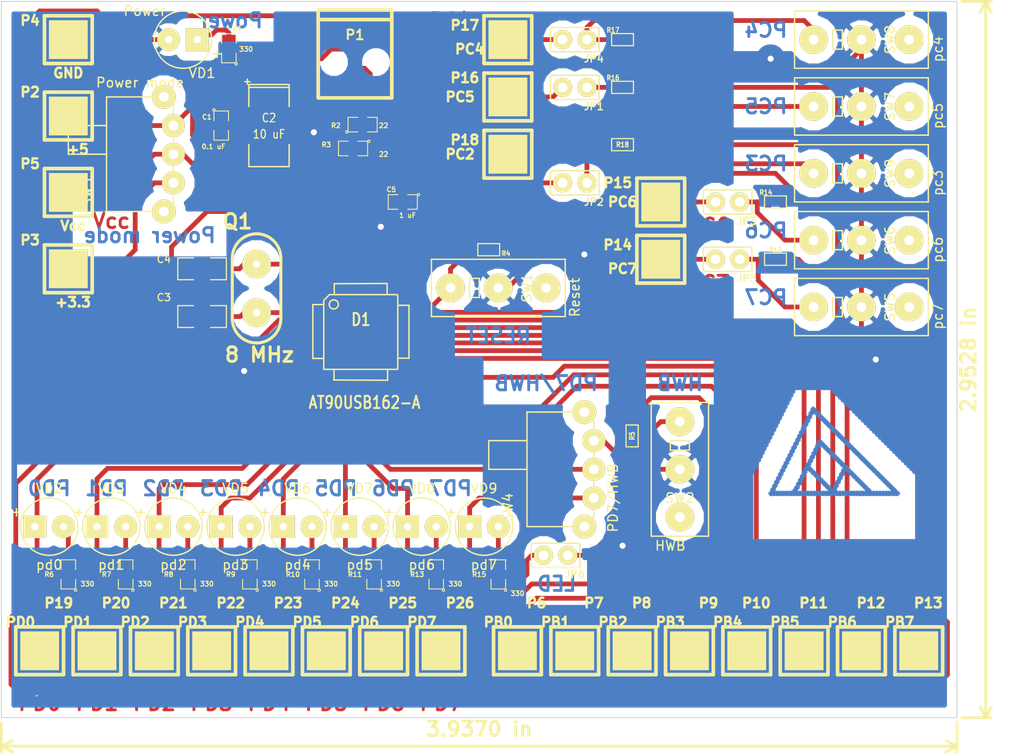
<source format=kicad_pcb>
(kicad_pcb (version 3) (host pcbnew "(2013-07-07 BZR 4022)-stable")
  (title_block (title USB-polygon) (comment 2 RomeoGolf))
  (layers (15 F.Cu signal) (0 B.Cu signal) (18 B.Paste user hide) (19 F.Paste user hide) (20 B.SilkS user) (21 F.SilkS user) (22 B.Mask user) (23 F.Mask user) (28 Edge.Cuts user))
  (net 0 "")
  (net 1 +3.3V)
  (net 2 +5V)
  (net 3 GND)
  (net 4 N-000001)
  (net 5 N-0000010)
  (net 6 N-0000011)
  (net 7 N-0000012)
  (net 8 N-0000015)
  (net 9 N-0000016)
  (net 10 N-0000017)
  (net 11 N-0000018)
  (net 12 N-0000019)
  (net 13 N-000002)
  (net 14 N-0000020)
  (net 15 N-0000021)
  (net 16 N-0000022)
  (net 17 N-0000023)
  (net 18 N-0000029)
  (net 19 N-000003)
  (net 20 N-0000032)
  (net 21 N-0000033)
  (net 22 N-0000039)
  (net 23 N-000004)
  (net 24 N-0000040)
  (net 25 N-0000042)
  (net 26 N-0000043)
  (net 27 N-0000044)
  (net 28 N-0000045)
  (net 29 N-0000046)
  (net 30 N-0000047)
  (net 31 N-0000048)
  (net 32 N-0000049)
  (net 33 N-000005)
  (net 34 N-0000050)
  (net 35 N-0000051)
  (net 36 N-0000052)
  (net 37 N-0000053)
  (net 38 N-0000054)
  (net 39 N-0000055)
  (net 40 N-0000056)
  (net 41 N-0000057)
  (net 42 N-0000058)
  (net 43 N-000006)
  (net 44 N-0000060)
  (net 45 N-0000061)
  (net 46 N-000007)
  (net 47 N-000008)
  (net 48 N-000009)
  (net 49 VCC)
  (module TQFP32 (layer F.Cu) (at 50.62 47.59)
    (fp_text reference D1 (at 0 -1.27) (layer F.SilkS) (effects (font (size 1.27 1.016) (thickness 0.2032))))
    (fp_text value AT90USB162-A (at 0.38 7.41) (layer F.SilkS) (effects (font (size 1.27 1.016) (thickness 0.2032))))
    (pad 8 smd rect (at -4.81584 2.77622) (size 1.99898 0.44958) (layers F.Cu F.Paste F.Mask) (net 14 N-0000020))
    (pad 7 smd rect (at -4.81584 1.97612) (size 1.99898 0.44958) (layers F.Cu F.Paste F.Mask) (net 16 N-0000022))
    (pad 6 smd rect (at -4.81584 1.17602) (size 1.99898 0.44958) (layers F.Cu F.Paste F.Mask) (net 15 N-0000021))
    (pad 5 smd rect (at -4.81584 0.37592) (size 1.99898 0.44958) (layers F.Cu F.Paste F.Mask) (net 21 N-0000033))
    (pad 4 smd rect (at -4.81584 -0.42418) (size 1.99898 0.44958) (layers F.Cu F.Paste F.Mask) (net 49 VCC))
    (pad 3 smd rect (at -4.81584 -1.22428) (size 1.99898 0.44958) (layers F.Cu F.Paste F.Mask) (net 3 GND))
    (pad 2 smd rect (at -4.81584 -2.02438) (size 1.99898 0.44958) (layers F.Cu F.Paste F.Mask) (net 41 N-0000057))
    (pad 1 smd rect (at -4.81584 -2.82448) (size 1.99898 0.44958) (layers F.Cu F.Paste F.Mask) (net 45 N-0000061))
    (pad 24 smd rect (at 4.7498 -2.8194) (size 1.99898 0.44958) (layers F.Cu F.Paste F.Mask) (net 26 N-0000043))
    (pad 17 smd rect (at 4.7498 2.794) (size 1.99898 0.44958) (layers F.Cu F.Paste F.Mask) (net 33 N-000005))
    (pad 18 smd rect (at 4.7498 1.9812) (size 1.99898 0.44958) (layers F.Cu F.Paste F.Mask) (net 43 N-000006))
    (pad 19 smd rect (at 4.7498 1.1684) (size 1.99898 0.44958) (layers F.Cu F.Paste F.Mask) (net 46 N-000007))
    (pad 20 smd rect (at 4.7498 0.381) (size 1.99898 0.44958) (layers F.Cu F.Paste F.Mask) (net 23 N-000004))
    (pad 21 smd rect (at 4.7498 -0.4318) (size 1.99898 0.44958) (layers F.Cu F.Paste F.Mask) (net 11 N-0000018))
    (pad 22 smd rect (at 4.7498 -1.2192) (size 1.99898 0.44958) (layers F.Cu F.Paste F.Mask) (net 7 N-0000012))
    (pad 23 smd rect (at 4.7498 -2.032) (size 1.99898 0.44958) (layers F.Cu F.Paste F.Mask) (net 10 N-0000017))
    (pad 32 smd rect (at -2.82448 -4.826) (size 0.44958 1.99898) (layers F.Cu F.Paste F.Mask) (net 49 VCC))
    (pad 31 smd rect (at -2.02692 -4.826) (size 0.44958 1.99898) (layers F.Cu F.Paste F.Mask) (net 2 +5V))
    (pad 30 smd rect (at -1.22428 -4.826) (size 0.44958 1.99898) (layers F.Cu F.Paste F.Mask) (net 40 N-0000056))
    (pad 29 smd rect (at -0.42672 -4.826) (size 0.44958 1.99898) (layers F.Cu F.Paste F.Mask) (net 42 N-0000058))
    (pad 28 smd rect (at 0.37592 -4.826) (size 0.44958 1.99898) (layers F.Cu F.Paste F.Mask) (net 3 GND))
    (pad 27 smd rect (at 1.17348 -4.826) (size 0.44958 1.99898) (layers F.Cu F.Paste F.Mask) (net 1 +3.3V))
    (pad 26 smd rect (at 1.97612 -4.826) (size 0.44958 1.99898) (layers F.Cu F.Paste F.Mask) (net 8 N-0000015))
    (pad 25 smd rect (at 2.77368 -4.826) (size 0.44958 1.99898) (layers F.Cu F.Paste F.Mask) (net 9 N-0000016))
    (pad 9 smd rect (at -2.8194 4.7752) (size 0.44958 1.99898) (layers F.Cu F.Paste F.Mask) (net 17 N-0000023))
    (pad 10 smd rect (at -2.032 4.7752) (size 0.44958 1.99898) (layers F.Cu F.Paste F.Mask) (net 35 N-0000051))
    (pad 11 smd rect (at -1.2192 4.7752) (size 0.44958 1.99898) (layers F.Cu F.Paste F.Mask) (net 32 N-0000049))
    (pad 12 smd rect (at -0.4318 4.7752) (size 0.44958 1.99898) (layers F.Cu F.Paste F.Mask) (net 30 N-0000047))
    (pad 13 smd rect (at 0.3556 4.7752) (size 0.44958 1.99898) (layers F.Cu F.Paste F.Mask) (net 18 N-0000029))
    (pad 14 smd rect (at 1.1684 4.7752) (size 0.44958 1.99898) (layers F.Cu F.Paste F.Mask) (net 19 N-000003))
    (pad 15 smd rect (at 1.9812 4.7752) (size 0.44958 1.99898) (layers F.Cu F.Paste F.Mask) (net 13 N-000002))
    (pad 16 smd rect (at 2.794 4.7752) (size 0.44958 1.99898) (layers F.Cu F.Paste F.Mask) (net 12 N-0000019))
  )
  (module 1PIN_SMD (layer F.Cu) (at 20 25)
    (fp_text reference P2 (at -4 -2.5) (layer F.SilkS) (effects (font (size 1.016 1.016) (thickness 0.254))))
    (fp_text value +5 (at 1 3.5) (layer F.SilkS) (effects (font (size 1.016 1.016) (thickness 0.254))))
    (pad 1 smd rect (at 0 0) (size 4.064 4.064) (layers F.Cu F.Paste F.SilkS F.Mask) (net 2 +5V))
  )
  (module 1PIN_SMD (layer F.Cu) (at 20 17)
    (fp_text reference P4 (at -4 -2) (layer F.SilkS) (effects (font (size 1.016 1.016) (thickness 0.254))))
    (fp_text value GND (at 0 3.5) (layer F.SilkS) (effects (font (size 1.016 1.016) (thickness 0.254))))
    (pad 1 smd rect (at 0 0) (size 4.064 4.064) (layers F.Cu F.Paste F.SilkS F.Mask) (net 3 GND))
  )
  (module 1PIN_SMD (layer F.Cu) (at 20 41)
    (fp_text reference P3 (at -4 -3) (layer F.SilkS) (effects (font (size 1.016 1.016) (thickness 0.254))))
    (fp_text value +3.3 (at 0.5 3.5) (layer F.SilkS) (effects (font (size 1.016 1.016) (thickness 0.254))))
    (pad 1 smd rect (at 0 0) (size 4.064 4.064) (layers F.Cu F.Paste F.SilkS F.Mask) (net 1 +3.3V))
  )
  (module 1PIN_SMD (layer F.Cu) (at 103 81)
    (fp_text reference P12 (at 1 -5) (layer F.SilkS) (effects (font (size 1.016 1.016) (thickness 0.254))))
    (fp_text value PB6 (at -2 -3) (layer F.SilkS) (effects (font (size 1.016 1.016) (thickness 0.254))))
    (pad 1 smd rect (at 0 0) (size 4.064 4.064) (layers F.Cu F.Paste F.SilkS F.Mask) (net 23 N-000004))
  )
  (module 1PIN_SMD (layer F.Cu) (at 97 81)
    (fp_text reference P11 (at 1 -5) (layer F.SilkS) (effects (font (size 1.016 1.016) (thickness 0.254))))
    (fp_text value PB5 (at -2 -3) (layer F.SilkS) (effects (font (size 1.016 1.016) (thickness 0.254))))
    (pad 1 smd rect (at 0 0) (size 4.064 4.064) (layers F.Cu F.Paste F.SilkS F.Mask) (net 46 N-000007))
  )
  (module 1PIN_SMD (layer F.Cu) (at 79 81)
    (fp_text reference P8 (at 1 -5) (layer F.SilkS) (effects (font (size 1.016 1.016) (thickness 0.254))))
    (fp_text value PB2 (at -2 -3) (layer F.SilkS) (effects (font (size 1.016 1.016) (thickness 0.254))))
    (pad 1 smd rect (at 0 0) (size 4.064 4.064) (layers F.Cu F.Paste F.SilkS F.Mask) (net 12 N-0000019))
  )
  (module 1PIN_SMD (layer F.Cu) (at 85 81)
    (fp_text reference P9 (at 2 -5) (layer F.SilkS) (effects (font (size 1.016 1.016) (thickness 0.254))))
    (fp_text value PB3 (at -2 -3) (layer F.SilkS) (effects (font (size 1.016 1.016) (thickness 0.254))))
    (pad 1 smd rect (at 0 0) (size 4.064 4.064) (layers F.Cu F.Paste F.SilkS F.Mask) (net 33 N-000005))
  )
  (module 1PIN_SMD (layer F.Cu) (at 91 81)
    (fp_text reference P10 (at 1 -5) (layer F.SilkS) (effects (font (size 1.016 1.016) (thickness 0.254))))
    (fp_text value PB4 (at -2 -3) (layer F.SilkS) (effects (font (size 1.016 1.016) (thickness 0.254))))
    (pad 1 smd rect (at 0 0) (size 4.064 4.064) (layers F.Cu F.Paste F.SilkS F.Mask) (net 43 N-000006))
  )
  (module 1PIN_SMD (layer F.Cu) (at 73 81)
    (fp_text reference P7 (at 2 -5) (layer F.SilkS) (effects (font (size 1.016 1.016) (thickness 0.254))))
    (fp_text value PB1 (at -2 -3) (layer F.SilkS) (effects (font (size 1.016 1.016) (thickness 0.254))))
    (pad 1 smd rect (at 0 0) (size 4.064 4.064) (layers F.Cu F.Paste F.SilkS F.Mask) (net 13 N-000002))
  )
  (module 1PIN_SMD (layer F.Cu) (at 67 81)
    (fp_text reference P6 (at 2 -5) (layer F.SilkS) (effects (font (size 1.016 1.016) (thickness 0.254))))
    (fp_text value PB0 (at -2 -3) (layer F.SilkS) (effects (font (size 1.016 1.016) (thickness 0.254))))
    (pad 1 smd rect (at 0 0) (size 4.064 4.064) (layers F.Cu F.Paste F.SilkS F.Mask) (net 19 N-000003))
  )
  (module 1PIN_SMD (layer F.Cu) (at 20 33)
    (fp_text reference P5 (at -4 -3) (layer F.SilkS) (effects (font (size 1.016 1.016) (thickness 0.254))))
    (fp_text value Vcc (at 0.5 3.5) (layer F.SilkS) (effects (font (size 1.016 1.016) (thickness 0.254))))
    (pad 1 smd rect (at 0 0) (size 4.064 4.064) (layers F.Cu F.Paste F.SilkS F.Mask) (net 49 VCC))
  )
  (module 1PIN_SMD (layer F.Cu) (at 53 81)
    (fp_text reference P25 (at 2 -5) (layer F.SilkS) (effects (font (size 1.016 1.016) (thickness 0.254))))
    (fp_text value PD6 (at -2 -3) (layer F.SilkS) (effects (font (size 1.016 1.016) (thickness 0.254))))
    (pad 1 smd rect (at 0 0) (size 4.064 4.064) (layers F.Cu F.Paste F.SilkS F.Mask) (net 30 N-0000047))
  )
  (module 1PIN_SMD (layer F.Cu) (at 47 81)
    (fp_text reference P24 (at 2 -5) (layer F.SilkS) (effects (font (size 1.016 1.016) (thickness 0.254))))
    (fp_text value PD5 (at -2 -3) (layer F.SilkS) (effects (font (size 1.016 1.016) (thickness 0.254))))
    (pad 1 smd rect (at 0 0) (size 4.064 4.064) (layers F.Cu F.Paste F.SilkS F.Mask) (net 32 N-0000049))
  )
  (module 1PIN_SMD (layer F.Cu) (at 41 81)
    (fp_text reference P23 (at 2 -5) (layer F.SilkS) (effects (font (size 1.016 1.016) (thickness 0.254))))
    (fp_text value PD4 (at -2 -3) (layer F.SilkS) (effects (font (size 1.016 1.016) (thickness 0.254))))
    (pad 1 smd rect (at 0 0) (size 4.064 4.064) (layers F.Cu F.Paste F.SilkS F.Mask) (net 35 N-0000051))
  )
  (module 1PIN_SMD (layer F.Cu) (at 35 81)
    (fp_text reference P22 (at 2 -5) (layer F.SilkS) (effects (font (size 1.016 1.016) (thickness 0.254))))
    (fp_text value PD3 (at -2 -3) (layer F.SilkS) (effects (font (size 1.016 1.016) (thickness 0.254))))
    (pad 1 smd rect (at 0 0) (size 4.064 4.064) (layers F.Cu F.Paste F.SilkS F.Mask) (net 17 N-0000023))
  )
  (module 1PIN_SMD (layer F.Cu) (at 29 81)
    (fp_text reference P21 (at 2 -5) (layer F.SilkS) (effects (font (size 1.016 1.016) (thickness 0.254))))
    (fp_text value PD2 (at -2 -3) (layer F.SilkS) (effects (font (size 1.016 1.016) (thickness 0.254))))
    (pad 1 smd rect (at 0 0) (size 4.064 4.064) (layers F.Cu F.Paste F.SilkS F.Mask) (net 14 N-0000020))
  )
  (module 1PIN_SMD (layer F.Cu) (at 23 81)
    (fp_text reference P20 (at 2 -5) (layer F.SilkS) (effects (font (size 1.016 1.016) (thickness 0.254))))
    (fp_text value PD1 (at -2 -3) (layer F.SilkS) (effects (font (size 1.016 1.016) (thickness 0.254))))
    (pad 1 smd rect (at 0 0) (size 4.064 4.064) (layers F.Cu F.Paste F.SilkS F.Mask) (net 16 N-0000022))
  )
  (module 1PIN_SMD (layer F.Cu) (at 17 81)
    (fp_text reference P19 (at 2 -5) (layer F.SilkS) (effects (font (size 1.016 1.016) (thickness 0.254))))
    (fp_text value PD0 (at -2 -3) (layer F.SilkS) (effects (font (size 1.016 1.016) (thickness 0.254))))
    (pad 1 smd rect (at 0 0) (size 4.064 4.064) (layers F.Cu F.Paste F.SilkS F.Mask) (net 15 N-0000021))
  )
  (module 1PIN_SMD (layer F.Cu) (at 66 29)
    (fp_text reference P18 (at -4.5 -1.5) (layer F.SilkS) (effects (font (size 1.016 1.016) (thickness 0.254))))
    (fp_text value PC2 (at -5 0) (layer F.SilkS) (effects (font (size 1.016 1.016) (thickness 0.254))))
    (pad 1 smd rect (at 0 0) (size 4.064 4.064) (layers F.Cu F.Paste F.SilkS F.Mask) (net 21 N-0000033))
  )
  (module 1PIN_SMD (layer F.Cu) (at 109 81)
    (fp_text reference P13 (at 1 -5) (layer F.SilkS) (effects (font (size 1.016 1.016) (thickness 0.254))))
    (fp_text value PB7 (at -2 -3) (layer F.SilkS) (effects (font (size 1.016 1.016) (thickness 0.254))))
    (pad 1 smd rect (at 0 0) (size 4.064 4.064) (layers F.Cu F.Paste F.SilkS F.Mask) (net 11 N-0000018))
  )
  (module 1PIN_SMD (layer F.Cu) (at 82 40)
    (fp_text reference P14 (at -4.5 -1.5) (layer F.SilkS) (effects (font (size 1.016 1.016) (thickness 0.254))))
    (fp_text value PC7 (at -4 1) (layer F.SilkS) (effects (font (size 1.016 1.016) (thickness 0.254))))
    (pad 1 smd rect (at 0 0) (size 4.064 4.064) (layers F.Cu F.Paste F.SilkS F.Mask) (net 7 N-0000012))
  )
  (module 1PIN_SMD (layer F.Cu) (at 82 34)
    (fp_text reference P15 (at -4.5 -2) (layer F.SilkS) (effects (font (size 1.016 1.016) (thickness 0.254))))
    (fp_text value PC6 (at -4 0) (layer F.SilkS) (effects (font (size 1.016 1.016) (thickness 0.254))))
    (pad 1 smd rect (at 0 0) (size 4.064 4.064) (layers F.Cu F.Paste F.SilkS F.Mask) (net 10 N-0000017))
  )
  (module 1PIN_SMD (layer F.Cu) (at 66 23)
    (fp_text reference P16 (at -4.5 -2) (layer F.SilkS) (effects (font (size 1.016 1.016) (thickness 0.254))))
    (fp_text value PC5 (at -5 0) (layer F.SilkS) (effects (font (size 1.016 1.016) (thickness 0.254))))
    (pad 1 smd rect (at 0 0) (size 4.064 4.064) (layers F.Cu F.Paste F.SilkS F.Mask) (net 9 N-0000016))
  )
  (module 1PIN_SMD (layer F.Cu) (at 66 17)
    (fp_text reference P17 (at -4.5 -1.5) (layer F.SilkS) (effects (font (size 1.016 1.016) (thickness 0.254))))
    (fp_text value PC4 (at -4 1) (layer F.SilkS) (effects (font (size 1.016 1.016) (thickness 0.254))))
    (pad 1 smd rect (at 0 0) (size 4.064 4.064) (layers F.Cu F.Paste F.SilkS F.Mask) (net 8 N-0000015))
  )
  (module 1PIN_SMD (layer F.Cu) (at 59 81)
    (fp_text reference P26 (at 2 -5) (layer F.SilkS) (effects (font (size 1.016 1.016) (thickness 0.254))))
    (fp_text value PD7 (at -2 -3) (layer F.SilkS) (effects (font (size 1.016 1.016) (thickness 0.254))))
    (pad 1 smd rect (at 0 0) (size 4.064 4.064) (layers F.Cu F.Paste F.SilkS F.Mask) (net 28 N-0000045))
  )
  (module SM2512 (layer F.Cu) (at 41 26 270)
    (fp_text reference C2 (at -0.8001 0 360) (layer F.SilkS) (effects (font (size 0.889 0.762) (thickness 0.127))))
    (fp_text value "10 uF" (at 0.89916 0 360) (layer F.SilkS) (effects (font (size 0.889 0.762) (thickness 0.127))))
    (fp_text user + (at -4.59994 2.30124 270) (layer F.SilkS) (effects (font (size 0.7 0.7))))
    (pad 1 smd rect (at -2.99974 0 270) (size 1.99898 2.99974) (layers F.Cu F.Paste F.Mask) (net 2 +5V))
    (pad 2 smd rect (at 2.99974 0 270) (size 1.99898 2.99974) (layers F.Cu F.Paste F.Mask) (net 3 GND))
  )
  (module SM0603 (layer F.Cu) (at 94 40 180)
    (fp_text reference R12 (at 0 1 180) (layer F.SilkS) (effects (font (size 0.508 0.4572) (thickness 0.1143))))
    (fp_text value "10 k" hide)
    (pad 1 smd rect (at -0.762 0 180) (size 0.635 1.143) (layers F.Cu F.Paste F.Mask) (net 49 VCC))
    (pad 2 smd rect (at 0.762 0 180) (size 0.635 1.143) (layers F.Cu F.Paste F.Mask) (net 6 N-0000011))
  )
  (module SM0603 (layer F.Cu) (at 94 34 180)
    (fp_text reference R14 (at 1 1 180) (layer F.SilkS) (effects (font (size 0.508 0.4572) (thickness 0.1143))))
    (fp_text value "10 k" hide)
    (pad 1 smd rect (at -0.762 0 180) (size 0.635 1.143) (layers F.Cu F.Paste F.Mask) (net 49 VCC))
    (pad 2 smd rect (at 0.762 0 180) (size 0.635 1.143) (layers F.Cu F.Paste F.Mask) (net 4 N-000001))
  )
  (module SM0603 (layer F.Cu) (at 78 22 180)
    (fp_text reference R16 (at 1 1 180) (layer F.SilkS) (effects (font (size 0.508 0.4572) (thickness 0.1143))))
    (fp_text value "10 k" hide)
    (pad 1 smd rect (at -0.762 0 180) (size 0.635 1.143) (layers F.Cu F.Paste F.Mask) (net 49 VCC))
    (pad 2 smd rect (at 0.762 0 180) (size 0.635 1.143) (layers F.Cu F.Paste F.Mask) (net 5 N-0000010))
  )
  (module SM0603 (layer F.Cu) (at 78 17 180)
    (fp_text reference R17 (at 1 1 180) (layer F.SilkS) (effects (font (size 0.508 0.4572) (thickness 0.1143))))
    (fp_text value "10 k" hide)
    (pad 1 smd rect (at -0.762 0 180) (size 0.635 1.143) (layers F.Cu F.Paste F.Mask) (net 49 VCC))
    (pad 2 smd rect (at 0.762 0 180) (size 0.635 1.143) (layers F.Cu F.Paste F.Mask) (net 48 N-000009))
  )
  (module SM0603 (layer F.Cu) (at 79 58.5 90)
    (fp_text reference R5 (at 0 0 90) (layer F.SilkS) (effects (font (size 0.508 0.4572) (thickness 0.1143))))
    (fp_text value "10 k" hide)
    (pad 1 smd rect (at -0.762 0 90) (size 0.635 1.143) (layers F.Cu F.Paste F.Mask) (net 20 N-0000032))
    (pad 2 smd rect (at 0.762 0 90) (size 0.635 1.143) (layers F.Cu F.Paste F.Mask) (net 49 VCC))
  )
  (module SM0603 (layer F.Cu) (at 78 28 180)
    (fp_text reference R18 (at 0 0 180) (layer F.SilkS) (effects (font (size 0.508 0.4572) (thickness 0.1143))))
    (fp_text value "10 k" hide)
    (pad 1 smd rect (at -0.762 0 180) (size 0.635 1.143) (layers F.Cu F.Paste F.Mask) (net 49 VCC))
    (pad 2 smd rect (at 0.762 0 180) (size 0.635 1.143) (layers F.Cu F.Paste F.Mask) (net 47 N-000008))
  )
  (module SM0603 (layer F.Cu) (at 64 39)
    (fp_text reference R4 (at 1.8 0.4) (layer F.SilkS) (effects (font (size 0.508 0.4572) (thickness 0.1143))))
    (fp_text value "10 k" hide)
    (pad 1 smd rect (at -0.762 0) (size 0.635 1.143) (layers F.Cu F.Paste F.Mask) (net 26 N-0000043))
    (pad 2 smd rect (at 0.762 0) (size 0.635 1.143) (layers F.Cu F.Paste F.Mask) (net 49 VCC))
  )
  (module SM0805 (layer F.Cu) (at 36.8 17.9 90)
    (fp_text reference R1 (at 2.1 0.9 180) (layer F.SilkS) (effects (font (size 0.50038 0.50038) (thickness 0.10922))))
    (fp_text value 330 (at -0.1 1.8 180) (layer F.SilkS) (effects (font (size 0.50038 0.50038) (thickness 0.10922))))
    (pad 1 smd rect (at -0.9525 0 90) (size 0.889 1.397) (layers F.Cu F.Paste F.Mask) (net 2 +5V))
    (pad 2 smd rect (at 0.9525 0 90) (size 0.889 1.397) (layers F.Cu F.Paste F.Mask) (net 25 N-0000042))
  )
  (module SM0805 (layer F.Cu) (at 20 73 90)
    (fp_text reference R6 (at 0 -2 180) (layer F.SilkS) (effects (font (size 0.50038 0.50038) (thickness 0.10922))))
    (fp_text value 330 (at -1 2 180) (layer F.SilkS) (effects (font (size 0.50038 0.50038) (thickness 0.10922))))
    (pad 1 smd rect (at -0.9525 0 90) (size 0.889 1.397) (layers F.Cu F.Paste F.Mask) (net 44 N-0000060))
    (pad 2 smd rect (at 0.9525 0 90) (size 0.889 1.397) (layers F.Cu F.Paste F.Mask) (net 39 N-0000055))
  )
  (module SM0805 (layer F.Cu) (at 26 73 90)
    (fp_text reference R7 (at 0 -2 180) (layer F.SilkS) (effects (font (size 0.50038 0.50038) (thickness 0.10922))))
    (fp_text value 330 (at -1 2 180) (layer F.SilkS) (effects (font (size 0.50038 0.50038) (thickness 0.10922))))
    (pad 1 smd rect (at -0.9525 0 90) (size 0.889 1.397) (layers F.Cu F.Paste F.Mask) (net 44 N-0000060))
    (pad 2 smd rect (at 0.9525 0 90) (size 0.889 1.397) (layers F.Cu F.Paste F.Mask) (net 38 N-0000054))
  )
  (module SM0805 (layer F.Cu) (at 32.5 73 90)
    (fp_text reference R8 (at 0 -2 180) (layer F.SilkS) (effects (font (size 0.50038 0.50038) (thickness 0.10922))))
    (fp_text value 330 (at -1 2 180) (layer F.SilkS) (effects (font (size 0.50038 0.50038) (thickness 0.10922))))
    (pad 1 smd rect (at -0.9525 0 90) (size 0.889 1.397) (layers F.Cu F.Paste F.Mask) (net 44 N-0000060))
    (pad 2 smd rect (at 0.9525 0 90) (size 0.889 1.397) (layers F.Cu F.Paste F.Mask) (net 37 N-0000053))
  )
  (module SM0805 (layer F.Cu) (at 39 73 90)
    (fp_text reference R9 (at 0 -2 180) (layer F.SilkS) (effects (font (size 0.50038 0.50038) (thickness 0.10922))))
    (fp_text value 330 (at -1 2 180) (layer F.SilkS) (effects (font (size 0.50038 0.50038) (thickness 0.10922))))
    (pad 1 smd rect (at -0.9525 0 90) (size 0.889 1.397) (layers F.Cu F.Paste F.Mask) (net 44 N-0000060))
    (pad 2 smd rect (at 0.9525 0 90) (size 0.889 1.397) (layers F.Cu F.Paste F.Mask) (net 36 N-0000052))
  )
  (module SM0805 (layer F.Cu) (at 45.5 73 90)
    (fp_text reference R10 (at 0 -2 180) (layer F.SilkS) (effects (font (size 0.50038 0.50038) (thickness 0.10922))))
    (fp_text value 330 (at -1 2 180) (layer F.SilkS) (effects (font (size 0.50038 0.50038) (thickness 0.10922))))
    (pad 1 smd rect (at -0.9525 0 90) (size 0.889 1.397) (layers F.Cu F.Paste F.Mask) (net 44 N-0000060))
    (pad 2 smd rect (at 0.9525 0 90) (size 0.889 1.397) (layers F.Cu F.Paste F.Mask) (net 34 N-0000050))
  )
  (module SM0805 (layer F.Cu) (at 52 73 90)
    (fp_text reference R11 (at 0 -2 180) (layer F.SilkS) (effects (font (size 0.50038 0.50038) (thickness 0.10922))))
    (fp_text value 330 (at -1 2 180) (layer F.SilkS) (effects (font (size 0.50038 0.50038) (thickness 0.10922))))
    (pad 1 smd rect (at -0.9525 0 90) (size 0.889 1.397) (layers F.Cu F.Paste F.Mask) (net 44 N-0000060))
    (pad 2 smd rect (at 0.9525 0 90) (size 0.889 1.397) (layers F.Cu F.Paste F.Mask) (net 31 N-0000048))
  )
  (module SM0805 (layer F.Cu) (at 58.5 73 90)
    (fp_text reference R13 (at 0 -2 180) (layer F.SilkS) (effects (font (size 0.50038 0.50038) (thickness 0.10922))))
    (fp_text value 330 (at -1 2 180) (layer F.SilkS) (effects (font (size 0.50038 0.50038) (thickness 0.10922))))
    (pad 1 smd rect (at -0.9525 0 90) (size 0.889 1.397) (layers F.Cu F.Paste F.Mask) (net 44 N-0000060))
    (pad 2 smd rect (at 0.9525 0 90) (size 0.889 1.397) (layers F.Cu F.Paste F.Mask) (net 29 N-0000046))
  )
  (module SM0805 (layer F.Cu) (at 65 73 90)
    (fp_text reference R15 (at 0 -2 180) (layer F.SilkS) (effects (font (size 0.50038 0.50038) (thickness 0.10922))))
    (fp_text value 330 (at -2 2 180) (layer F.SilkS) (effects (font (size 0.50038 0.50038) (thickness 0.10922))))
    (pad 1 smd rect (at -0.9525 0 90) (size 0.889 1.397) (layers F.Cu F.Paste F.Mask) (net 44 N-0000060))
    (pad 2 smd rect (at 0.9525 0 90) (size 0.889 1.397) (layers F.Cu F.Paste F.Mask) (net 27 N-0000044))
  )
  (module SM0805 (layer F.Cu) (at 49.8 28.4 180)
    (fp_text reference R3 (at 2.8 0.4 180) (layer F.SilkS) (effects (font (size 0.50038 0.50038) (thickness 0.10922))))
    (fp_text value 22 (at -3.2 -0.6 180) (layer F.SilkS) (effects (font (size 0.50038 0.50038) (thickness 0.10922))))
    (pad 1 smd rect (at -0.9525 0 180) (size 0.889 1.397) (layers F.Cu F.Paste F.Mask) (net 24 N-0000040))
    (pad 2 smd rect (at 0.9525 0 180) (size 0.889 1.397) (layers F.Cu F.Paste F.Mask) (net 40 N-0000056))
  )
  (module SM0805 (layer F.Cu) (at 50.8 25.9)
    (fp_text reference R2 (at -2.8 0.1) (layer F.SilkS) (effects (font (size 0.50038 0.50038) (thickness 0.10922))))
    (fp_text value 22 (at 2.2 0.1) (layer F.SilkS) (effects (font (size 0.50038 0.50038) (thickness 0.10922))))
    (pad 1 smd rect (at -0.9525 0) (size 0.889 1.397) (layers F.Cu F.Paste F.Mask) (net 22 N-0000039))
    (pad 2 smd rect (at 0.9525 0) (size 0.889 1.397) (layers F.Cu F.Paste F.Mask) (net 42 N-0000058))
  )
  (module SM1206 (layer F.Cu) (at 34 41)
    (fp_text reference C4 (at -4 -1) (layer F.SilkS) (effects (font (size 0.762 0.762) (thickness 0.127))))
    (fp_text value "22 pF" hide)
    (pad 1 smd rect (at -1.651 0) (size 1.524 2.032) (layers F.Cu F.Paste F.Mask) (net 3 GND))
    (pad 2 smd rect (at 1.651 0) (size 1.524 2.032) (layers F.Cu F.Paste F.Mask) (net 45 N-0000061))
  )
  (module SM1206 (layer F.Cu) (at 34 46)
    (fp_text reference C3 (at -4 -2) (layer F.SilkS) (effects (font (size 0.762 0.762) (thickness 0.127))))
    (fp_text value "22 pF" hide)
    (pad 1 smd rect (at -1.651 0) (size 1.524 2.032) (layers F.Cu F.Paste F.Mask) (net 3 GND))
    (pad 2 smd rect (at 1.651 0) (size 1.524 2.032) (layers F.Cu F.Paste F.Mask) (net 41 N-0000057))
  )
  (module SM0805 (layer F.Cu) (at 55 34 180)
    (fp_text reference C5 (at 1.2 1.3 180) (layer F.SilkS) (effects (font (size 0.50038 0.50038) (thickness 0.10922))))
    (fp_text value "1 uF" (at -0.5 -1.4 180) (layer F.SilkS) (effects (font (size 0.50038 0.50038) (thickness 0.10922))))
    (pad 1 smd rect (at -0.9525 0 180) (size 0.889 1.397) (layers F.Cu F.Paste F.Mask) (net 1 +3.3V))
    (pad 2 smd rect (at 0.9525 0 180) (size 0.889 1.397) (layers F.Cu F.Paste F.Mask) (net 3 GND))
  )
  (module SM0805 (layer F.Cu) (at 36 26 270)
    (fp_text reference C1 (at -0.9 1.5 360) (layer F.SilkS) (effects (font (size 0.50038 0.50038) (thickness 0.10922))))
    (fp_text value "0.1 uF" (at 2.2 0.8 360) (layer F.SilkS) (effects (font (size 0.50038 0.50038) (thickness 0.10922))))
    (pad 1 smd rect (at -0.9525 0 270) (size 0.889 1.397) (layers F.Cu F.Paste F.Mask) (net 2 +5V))
    (pad 2 smd rect (at 0.9525 0 270) (size 0.889 1.397) (layers F.Cu F.Paste F.Mask) (net 3 GND))
  )
  (module SW_MOUSE (layer F.Cu) (at 103 45)
    (fp_text reference SW5 (at 3 0 90) (layer F.SilkS))
    (fp_text value pc7 (at 8 1 90) (layer F.SilkS))
    (pad 2 thru_hole circle (at -5 0) (size 3 3) (drill 1.016) (layers *.Cu *.Mask F.SilkS) (net 6 N-0000011))
    (pad 3 thru_hole circle (at 0 0) (size 3 3) (drill 1.016) (layers *.Cu *.Mask F.SilkS) (net 3 GND))
    (pad 1 thru_hole circle (at 5 0) (size 3 3) (drill 1.016) (layers *.Cu *.Mask F.SilkS))
  )
  (module SW_MOUSE (layer F.Cu) (at 103 38)
    (fp_text reference SW6 (at 3 0 90) (layer F.SilkS))
    (fp_text value pc6 (at 8 1 90) (layer F.SilkS))
    (pad 2 thru_hole circle (at -5 0) (size 3 3) (drill 1.016) (layers *.Cu *.Mask F.SilkS) (net 4 N-000001))
    (pad 3 thru_hole circle (at 0 0) (size 3 3) (drill 1.016) (layers *.Cu *.Mask F.SilkS) (net 3 GND))
    (pad 1 thru_hole circle (at 5 0) (size 3 3) (drill 1.016) (layers *.Cu *.Mask F.SilkS))
  )
  (module SW_MOUSE (layer F.Cu) (at 103 24)
    (fp_text reference SW7 (at 3 0 90) (layer F.SilkS))
    (fp_text value pc5 (at 8 1 90) (layer F.SilkS))
    (pad 2 thru_hole circle (at -5 0) (size 3 3) (drill 1.016) (layers *.Cu *.Mask F.SilkS) (net 5 N-0000010))
    (pad 3 thru_hole circle (at 0 0) (size 3 3) (drill 1.016) (layers *.Cu *.Mask F.SilkS) (net 3 GND))
    (pad 1 thru_hole circle (at 5 0) (size 3 3) (drill 1.016) (layers *.Cu *.Mask F.SilkS))
  )
  (module SW_MOUSE (layer F.Cu) (at 103 17)
    (fp_text reference SW8 (at 3 0 90) (layer F.SilkS))
    (fp_text value pc4 (at 8 1 90) (layer F.SilkS))
    (pad 2 thru_hole circle (at -5 0) (size 3 3) (drill 1.016) (layers *.Cu *.Mask F.SilkS) (net 48 N-000009))
    (pad 3 thru_hole circle (at 0 0) (size 3 3) (drill 1.016) (layers *.Cu *.Mask F.SilkS) (net 3 GND))
    (pad 1 thru_hole circle (at 5 0) (size 3 3) (drill 1.016) (layers *.Cu *.Mask F.SilkS))
  )
  (module SW_MOUSE (layer F.Cu) (at 103 31)
    (fp_text reference SW9 (at 3 0 90) (layer F.SilkS))
    (fp_text value pc3 (at 8 1 90) (layer F.SilkS))
    (pad 2 thru_hole circle (at -5 0) (size 3 3) (drill 1.016) (layers *.Cu *.Mask F.SilkS) (net 47 N-000008))
    (pad 3 thru_hole circle (at 0 0) (size 3 3) (drill 1.016) (layers *.Cu *.Mask F.SilkS) (net 3 GND))
    (pad 1 thru_hole circle (at 5 0) (size 3 3) (drill 1.016) (layers *.Cu *.Mask F.SilkS))
  )
  (module SW_MOUSE (layer F.Cu) (at 65 43)
    (fp_text reference SW1 (at 3 0 90) (layer F.SilkS))
    (fp_text value Reset (at 8 1 90) (layer F.SilkS))
    (pad 2 thru_hole circle (at -5 0) (size 3 3) (drill 1.016) (layers *.Cu *.Mask F.SilkS) (net 26 N-0000043))
    (pad 3 thru_hole circle (at 0 0) (size 3 3) (drill 1.016) (layers *.Cu *.Mask F.SilkS) (net 3 GND))
    (pad 1 thru_hole circle (at 5 0) (size 3 3) (drill 1.016) (layers *.Cu *.Mask F.SilkS))
  )
  (module SW_MOUSE (layer F.Cu) (at 84 62 270)
    (fp_text reference SW2 (at 3 0 360) (layer F.SilkS))
    (fp_text value HWB (at 8 1 360) (layer F.SilkS))
    (pad 2 thru_hole circle (at -5 0 270) (size 3 3) (drill 1.016) (layers *.Cu *.Mask F.SilkS) (net 20 N-0000032))
    (pad 3 thru_hole circle (at 0 0 270) (size 3 3) (drill 1.016) (layers *.Cu *.Mask F.SilkS) (net 3 GND))
    (pad 1 thru_hole circle (at 5 0 270) (size 3 3) (drill 1.016) (layers *.Cu *.Mask F.SilkS))
  )
  (module switch3 (layer F.Cu) (at 31 29 270)
    (fp_text reference SW3 (at 4 9 270) (layer F.SilkS))
    (fp_text value "Power mode" (at -7.5 3.5 360) (layer F.SilkS))
    (pad 2 thru_hole circle (at 0 0 270) (size 2.4 2.4) (drill 1.016) (layers *.Cu *.Mask F.SilkS) (net 49 VCC))
    (pad 3 thru_hole circle (at 3 0 270) (size 2.4 2.4) (drill 1.016) (layers *.Cu *.Mask F.SilkS) (net 1 +3.3V))
    (pad 1 thru_hole circle (at -3 0 270) (size 2.4 2.4) (drill 1.016) (layers *.Cu *.Mask F.SilkS) (net 2 +5V))
    (pad "" np_thru_hole circle (at 6 1 270) (size 2.5 2.5) (drill 1.016) (layers *.Cu *.Mask F.SilkS))
    (pad "" np_thru_hole circle (at -6 1 270) (size 2.5 2.5) (drill 1.016) (layers *.Cu *.Mask F.SilkS))
  )
  (module switch3 (layer F.Cu) (at 75 62 270)
    (fp_text reference SW4 (at 4 9 270) (layer F.SilkS))
    (fp_text value PD7/HWB (at 3 -2 270) (layer F.SilkS))
    (pad 2 thru_hole circle (at 0 0 270) (size 2.4 2.4) (drill 1.016) (layers *.Cu *.Mask F.SilkS) (net 18 N-0000029))
    (pad 3 thru_hole circle (at 3 0 270) (size 2.4 2.4) (drill 1.016) (layers *.Cu *.Mask F.SilkS) (net 28 N-0000045))
    (pad 1 thru_hole circle (at -3 0 270) (size 2.4 2.4) (drill 1.016) (layers *.Cu *.Mask F.SilkS) (net 20 N-0000032))
    (pad "" np_thru_hole circle (at 6 1 270) (size 2.5 2.5) (drill 1.016) (layers *.Cu *.Mask F.SilkS))
    (pad "" np_thru_hole circle (at -6 1 270) (size 2.5 2.5) (drill 1.016) (layers *.Cu *.Mask F.SilkS))
  )
  (module USB__MINI_B (layer F.Cu) (at 50 18.5 270)
    (fp_text reference P1 (at -2 0 360) (layer F.SilkS) (effects (font (size 1.016 1.016) (thickness 0.2032))))
    (fp_text value USB-MINI-B hide)
    (pad 1 smd rect (at 3.44932 -1.6002 270) (size 2.30124 0.50038) (layers F.Cu F.Paste F.Mask) (net 2 +5V))
    (pad 2 smd rect (at 3.44932 -0.8001 270) (size 2.30124 0.50038) (layers F.Cu F.Paste F.Mask) (net 24 N-0000040))
    (pad 3 smd rect (at 3.44932 0 270) (size 2.30124 0.50038) (layers F.Cu F.Paste F.Mask) (net 22 N-0000039))
    (pad 4 smd rect (at 3.44932 0.8001 270) (size 2.30124 0.50038) (layers F.Cu F.Paste F.Mask))
    (pad 5 smd rect (at 3.44932 1.6002 270) (size 2.30124 0.50038) (layers F.Cu F.Paste F.Mask) (net 3 GND))
    (pad 6 smd rect (at 3.35026 -4.45008 270) (size 2.49936 1.99898) (layers F.Cu F.Paste F.Mask))
    (pad 7 smd rect (at -2.14884 -4.45008 270) (size 2.49936 1.99898) (layers F.Cu F.Paste F.Mask))
    (pad 8 smd rect (at 3.35026 4.45008 270) (size 2.49936 1.99898) (layers F.Cu F.Paste F.Mask))
    (pad 9 smd rect (at -2.14884 4.45008 270) (size 2.49936 1.99898) (layers F.Cu F.Paste F.Mask))
    (pad "" np_thru_hole circle (at 0.8509 -2.19964 270) (size 0.89916 0.89916) (drill 0.89916) (layers *.Cu *.Mask F.SilkS))
    (pad "" np_thru_hole circle (at 0.8509 2.19964 270) (size 0.89916 0.89916) (drill 0.89916) (layers *.Cu *.Mask F.SilkS))
  )
  (module QUARTZ_5mm (layer F.Cu) (at 39.7 43.05 90)
    (fp_text reference Q1 (at 7 -2 180) (layer F.SilkS) (effects (font (size 1.524 1.524) (thickness 0.3048))))
    (fp_text value "8 MHz" (at -6.95 0.3 180) (layer F.SilkS) (effects (font (size 1.524 1.524) (thickness 0.3048))))
    (pad 1 thru_hole circle (at -2.54 0 90) (size 3 3) (drill 0.762) (layers *.Cu *.Mask F.SilkS) (net 41 N-0000057))
    (pad 2 thru_hole circle (at 2.54 0 90) (size 3 3) (drill 0.762) (layers *.Cu *.Mask F.SilkS) (net 45 N-0000061))
  )
  (module LED_3MM (layer F.Cu) (at 63.5 68)
    (fp_text reference VD9 (at 0 -4) (layer F.SilkS))
    (fp_text value pd7 (at 0 4) (layer F.SilkS))
    (fp_text user + (at -3.5 -1.5 90) (layer F.SilkS))
    (pad 1 thru_hole rect (at -1.5 0) (size 2.4 2.4) (drill 0.762) (layers *.Cu *.Mask F.SilkS) (net 28 N-0000045))
    (pad 2 thru_hole circle (at 1.5 0) (size 2.4 2.4) (drill 0.762) (layers *.Cu *.Mask F.SilkS) (net 27 N-0000044))
  )
  (module LED_3MM (layer F.Cu) (at 50.5 68)
    (fp_text reference VD7 (at 0 -4) (layer F.SilkS))
    (fp_text value pd5 (at 0 4) (layer F.SilkS))
    (fp_text user + (at -3.5 -1.5 90) (layer F.SilkS))
    (pad 1 thru_hole rect (at -1.5 0) (size 2.4 2.4) (drill 0.762) (layers *.Cu *.Mask F.SilkS) (net 32 N-0000049))
    (pad 2 thru_hole circle (at 1.5 0) (size 2.4 2.4) (drill 0.762) (layers *.Cu *.Mask F.SilkS) (net 31 N-0000048))
  )
  (module LED_3MM (layer F.Cu) (at 44 68)
    (fp_text reference VD6 (at 0 -4) (layer F.SilkS))
    (fp_text value pd4 (at 0 4) (layer F.SilkS))
    (fp_text user + (at -3.5 -1.5 90) (layer F.SilkS))
    (pad 1 thru_hole rect (at -1.5 0) (size 2.4 2.4) (drill 0.762) (layers *.Cu *.Mask F.SilkS) (net 35 N-0000051))
    (pad 2 thru_hole circle (at 1.5 0) (size 2.4 2.4) (drill 0.762) (layers *.Cu *.Mask F.SilkS) (net 34 N-0000050))
  )
  (module LED_3MM (layer F.Cu) (at 37.5 68)
    (fp_text reference VD5 (at 0 -4) (layer F.SilkS))
    (fp_text value pd3 (at 0 4) (layer F.SilkS))
    (fp_text user + (at -3.5 -1.5 90) (layer F.SilkS))
    (pad 1 thru_hole rect (at -1.5 0) (size 2.4 2.4) (drill 0.762) (layers *.Cu *.Mask F.SilkS) (net 17 N-0000023))
    (pad 2 thru_hole circle (at 1.5 0) (size 2.4 2.4) (drill 0.762) (layers *.Cu *.Mask F.SilkS) (net 36 N-0000052))
  )
  (module LED_3MM (layer F.Cu) (at 31 68)
    (fp_text reference VD4 (at 0 -4) (layer F.SilkS))
    (fp_text value pd2 (at 0 4) (layer F.SilkS))
    (fp_text user + (at -3.5 -1.5 90) (layer F.SilkS))
    (pad 1 thru_hole rect (at -1.5 0) (size 2.4 2.4) (drill 0.762) (layers *.Cu *.Mask F.SilkS) (net 14 N-0000020))
    (pad 2 thru_hole circle (at 1.5 0) (size 2.4 2.4) (drill 0.762) (layers *.Cu *.Mask F.SilkS) (net 37 N-0000053))
  )
  (module LED_3MM (layer F.Cu) (at 24.5 68)
    (fp_text reference VD3 (at 0 -4) (layer F.SilkS))
    (fp_text value pd1 (at 0 4) (layer F.SilkS))
    (fp_text user + (at -3.5 -1.5 90) (layer F.SilkS))
    (pad 1 thru_hole rect (at -1.5 0) (size 2.4 2.4) (drill 0.762) (layers *.Cu *.Mask F.SilkS) (net 16 N-0000022))
    (pad 2 thru_hole circle (at 1.5 0) (size 2.4 2.4) (drill 0.762) (layers *.Cu *.Mask F.SilkS) (net 38 N-0000054))
  )
  (module LED_3MM (layer F.Cu) (at 18 68)
    (fp_text reference VD2 (at 0 -4) (layer F.SilkS))
    (fp_text value pd0 (at 0 4) (layer F.SilkS))
    (fp_text user + (at -3.5 -1.5 90) (layer F.SilkS))
    (pad 1 thru_hole rect (at -1.5 0) (size 2.4 2.4) (drill 0.762) (layers *.Cu *.Mask F.SilkS) (net 15 N-0000021))
    (pad 2 thru_hole circle (at 1.5 0) (size 2.4 2.4) (drill 0.762) (layers *.Cu *.Mask F.SilkS) (net 39 N-0000055))
  )
  (module LED_3MM (layer F.Cu) (at 57 68)
    (fp_text reference VD8 (at 0 -4) (layer F.SilkS))
    (fp_text value pd6 (at 0 4) (layer F.SilkS))
    (fp_text user + (at -3.5 -1.5 90) (layer F.SilkS))
    (pad 1 thru_hole rect (at -1.5 0) (size 2.4 2.4) (drill 0.762) (layers *.Cu *.Mask F.SilkS) (net 30 N-0000047))
    (pad 2 thru_hole circle (at 1.5 0) (size 2.4 2.4) (drill 0.762) (layers *.Cu *.Mask F.SilkS) (net 29 N-0000046))
  )
  (module LED_3MM (layer F.Cu) (at 32 17 180)
    (fp_text reference VD1 (at -2 -3.5 180) (layer F.SilkS))
    (fp_text value Power (at 4 3 180) (layer F.SilkS))
    (fp_text user + (at -3.5 -1.5 270) (layer F.SilkS))
    (pad 1 thru_hole rect (at -1.5 0 180) (size 2.4 2.4) (drill 0.762) (layers *.Cu *.Mask F.SilkS) (net 25 N-0000042))
    (pad 2 thru_hole circle (at 1.5 0 180) (size 2.4 2.4) (drill 0.762) (layers *.Cu *.Mask F.SilkS) (net 3 GND))
  )
  (module JUMPER (layer F.Cu) (at 73 32)
    (fp_text reference JP2 (at 2 2) (layer F.SilkS) (effects (font (size 0.762 0.762) (thickness 0.1524))))
    (fp_text value pc3 hide)
    (pad 1 thru_hole circle (at -1.27 0) (size 2 2) (drill 1.016) (layers *.Cu *.Mask F.SilkS) (net 21 N-0000033))
    (pad 2 thru_hole circle (at 1.27 0) (size 2 2) (drill 1.016) (layers *.Cu *.Mask F.SilkS) (net 47 N-000008))
  )
  (module JUMPER (layer F.Cu) (at 89 40)
    (fp_text reference JP5 (at 2 2) (layer F.SilkS) (effects (font (size 0.762 0.762) (thickness 0.1524))))
    (fp_text value pc7 hide)
    (pad 1 thru_hole circle (at -1.27 0) (size 2 2) (drill 1.016) (layers *.Cu *.Mask F.SilkS) (net 7 N-0000012))
    (pad 2 thru_hole circle (at 1.27 0) (size 2 2) (drill 1.016) (layers *.Cu *.Mask F.SilkS) (net 6 N-0000011))
  )
  (module JUMPER (layer F.Cu) (at 89 34)
    (fp_text reference JP3 (at 2 2) (layer F.SilkS) (effects (font (size 0.762 0.762) (thickness 0.1524))))
    (fp_text value pc6 hide)
    (pad 1 thru_hole circle (at -1.27 0) (size 2 2) (drill 1.016) (layers *.Cu *.Mask F.SilkS) (net 10 N-0000017))
    (pad 2 thru_hole circle (at 1.27 0) (size 2 2) (drill 1.016) (layers *.Cu *.Mask F.SilkS) (net 4 N-000001))
  )
  (module JUMPER (layer F.Cu) (at 71 71)
    (fp_text reference JP6 (at 2 2) (layer F.SilkS) (effects (font (size 0.762 0.762) (thickness 0.1524))))
    (fp_text value LED hide)
    (pad 1 thru_hole circle (at -1.27 0) (size 2 2) (drill 1.016) (layers *.Cu *.Mask F.SilkS) (net 44 N-0000060))
    (pad 2 thru_hole circle (at 1.27 0) (size 2 2) (drill 1.016) (layers *.Cu *.Mask F.SilkS) (net 3 GND))
  )
  (module JUMPER (layer F.Cu) (at 73 17)
    (fp_text reference JP4 (at 2 2) (layer F.SilkS) (effects (font (size 0.762 0.762) (thickness 0.1524))))
    (fp_text value pc4 hide)
    (pad 1 thru_hole circle (at -1.27 0) (size 2 2) (drill 1.016) (layers *.Cu *.Mask F.SilkS) (net 8 N-0000015))
    (pad 2 thru_hole circle (at 1.27 0) (size 2 2) (drill 1.016) (layers *.Cu *.Mask F.SilkS) (net 48 N-000009))
  )
  (module JUMPER (layer F.Cu) (at 73 22)
    (fp_text reference JP1 (at 2 2) (layer F.SilkS) (effects (font (size 0.762 0.762) (thickness 0.1524))))
    (fp_text value pc5 hide)
    (pad 1 thru_hole circle (at -1.27 0) (size 2 2) (drill 1.016) (layers *.Cu *.Mask F.SilkS) (net 9 N-0000016))
    (pad 2 thru_hole circle (at 1.27 0) (size 2 2) (drill 1.016) (layers *.Cu *.Mask F.SilkS) (net 5 N-0000010))
  )
  (gr_text . (at 16.4 56.3) (layer F.Cu) (effects (font (size 3 3) (thickness 0.3))))
  (gr_text . (at 16.7 56) (layer F.Cu) (effects (font (size 3 3) (thickness 0.3))))
  (gr_text . (at 17 55.7) (layer F.Cu) (effects (font (size 3 3) (thickness 0.3))))
  (gr_text . (at 17.3 55.4) (layer F.Cu) (effects (font (size 3 3) (thickness 0.3))))
  (gr_text . (at 17.6 55.1) (layer F.Cu) (effects (font (size 3 3) (thickness 0.3))))
  (gr_text . (at 17.9 54.8) (layer F.Cu) (effects (font (size 3 3) (thickness 0.3))))
  (gr_text . (at 18.2 54.5) (layer F.Cu) (effects (font (size 3 3) (thickness 0.3))))
  (gr_text . (at 18.5 54.2) (layer F.Cu) (effects (font (size 3 3) (thickness 0.3))))
  (gr_text . (at 18.8 53.9) (layer F.Cu) (effects (font (size 3 3) (thickness 0.3))))
  (gr_text . (at 19.1 53.6) (layer F.Cu) (effects (font (size 3 3) (thickness 0.3))))
  (gr_text . (at 19.4 53.3) (layer F.Cu) (effects (font (size 3 3) (thickness 0.3))))
  (gr_text . (at 19.7 53) (layer F.Cu) (effects (font (size 3 3) (thickness 0.3))))
  (gr_text . (at 20 52.7) (layer F.Cu) (effects (font (size 3 3) (thickness 0.3))))
  (gr_text . (at 16.7 56.3) (layer F.Cu) (effects (font (size 3 3) (thickness 0.3))))
  (gr_text . (at 17 56.3) (layer F.Cu) (effects (font (size 3 3) (thickness 0.3))))
  (gr_text . (at 17.3 56.3) (layer F.Cu) (effects (font (size 3 3) (thickness 0.3))))
  (gr_text . (at 17.6 56.3) (layer F.Cu) (effects (font (size 3 3) (thickness 0.3))))
  (gr_text . (at 22.7 56.3) (layer F.Cu) (effects (font (size 3 3) (thickness 0.3))))
  (gr_text . (at 23 56.3) (layer F.Cu) (effects (font (size 3 3) (thickness 0.3))))
  (gr_text . (at 23.3 56.3) (layer F.Cu) (effects (font (size 3 3) (thickness 0.3))))
  (gr_text . (at 23.6 56.3) (layer F.Cu) (effects (font (size 3 3) (thickness 0.3))))
  (gr_text . (at 24.8 56.3) (layer F.Cu) (effects (font (size 3 3) (thickness 0.3))))
  (gr_text . (at 24.5 56.3) (layer F.Cu) (effects (font (size 3 3) (thickness 0.3))))
  (gr_text . (at 24.2 56.3) (layer F.Cu) (effects (font (size 3 3) (thickness 0.3))))
  (gr_text . (at 23.9 56.3) (layer F.Cu) (effects (font (size 3 3) (thickness 0.3))))
  (gr_text . (at 19.1 56.3) (layer F.Cu) (effects (font (size 3 3) (thickness 0.3))))
  (gr_text . (at 19.4 56.3) (layer F.Cu) (effects (font (size 3 3) (thickness 0.3))))
  (gr_text . (at 19.7 56.3) (layer F.Cu) (effects (font (size 3 3) (thickness 0.3))))
  (gr_text . (at 20 56.3) (layer F.Cu) (effects (font (size 3 3) (thickness 0.3))))
  (gr_text . (at 18.8 56.3) (layer F.Cu) (effects (font (size 3 3) (thickness 0.3))))
  (gr_text . (at 18.5 56.3) (layer F.Cu) (effects (font (size 3 3) (thickness 0.3))))
  (gr_text . (at 18.2 56.3) (layer F.Cu) (effects (font (size 3 3) (thickness 0.3))))
  (gr_text . (at 17.9 56.3) (layer F.Cu) (effects (font (size 3 3) (thickness 0.3))))
  (gr_text . (at 21.5 56.3) (layer F.Cu) (effects (font (size 3 3) (thickness 0.3))))
  (gr_text . (at 21.8 56.3) (layer F.Cu) (effects (font (size 3 3) (thickness 0.3))))
  (gr_text . (at 22.1 56.3) (layer F.Cu) (effects (font (size 3 3) (thickness 0.3))))
  (gr_text . (at 22.4 56.3) (layer F.Cu) (effects (font (size 3 3) (thickness 0.3))))
  (gr_text . (at 21.2 56.3) (layer F.Cu) (effects (font (size 3 3) (thickness 0.3))))
  (gr_text . (at 20.9 56.3) (layer F.Cu) (effects (font (size 3 3) (thickness 0.3))))
  (gr_text . (at 20.6 56.3) (layer F.Cu) (effects (font (size 3 3) (thickness 0.3))))
  (gr_text . (at 20.3 56.3) (layer F.Cu) (effects (font (size 3 3) (thickness 0.3))))
  (gr_text . (at 20.3 52.4) (layer F.Cu) (effects (font (size 3 3) (thickness 0.3))))
  (gr_text . (at 20.6 52.1) (layer F.Cu) (effects (font (size 3 3) (thickness 0.3))))
  (gr_text . (at 20.9 51.8) (layer F.Cu) (effects (font (size 3 3) (thickness 0.3))))
  (gr_text . (at 23.9 48.8) (layer F.Cu) (effects (font (size 3 3) (thickness 0.3))))
  (gr_text . (at 21.2 51.5) (layer F.Cu) (effects (font (size 3 3) (thickness 0.3))))
  (gr_text . (at 21.5 51.2) (layer F.Cu) (effects (font (size 3 3) (thickness 0.3))))
  (gr_text . (at 21.8 50.9) (layer F.Cu) (effects (font (size 3 3) (thickness 0.3))))
  (gr_text . (at 22.1 50.6) (layer F.Cu) (effects (font (size 3 3) (thickness 0.3))))
  (gr_text . (at 22.4 50.3) (layer F.Cu) (effects (font (size 3 3) (thickness 0.3))))
  (gr_text . (at 22.7 50) (layer F.Cu) (effects (font (size 3 3) (thickness 0.3))))
  (gr_text . (at 23 49.7) (layer F.Cu) (effects (font (size 3 3) (thickness 0.3))))
  (gr_text . (at 23.3 49.4) (layer F.Cu) (effects (font (size 3 3) (thickness 0.3))))
  (gr_text . (at 23.6 49.1) (layer F.Cu) (effects (font (size 3 3) (thickness 0.3))))
  (gr_text . (at 19.4 56) (layer F.Cu) (effects (font (size 3 3) (thickness 0.3))))
  (gr_text . (at 19.7 55.7) (layer F.Cu) (effects (font (size 3 3) (thickness 0.3))))
  (gr_text . (at 20 55.4) (layer F.Cu) (effects (font (size 3 3) (thickness 0.3))))
  (gr_text . (at 20.3 55.1) (layer F.Cu) (effects (font (size 3 3) (thickness 0.3))))
  (gr_text . (at 20.6 54.8) (layer F.Cu) (effects (font (size 3 3) (thickness 0.3))))
  (gr_text . (at 20.9 54.5) (layer F.Cu) (effects (font (size 3 3) (thickness 0.3))))
  (gr_text . (at 21.2 54.2) (layer F.Cu) (effects (font (size 3 3) (thickness 0.3))))
  (gr_text . (at 21.5 53.9) (layer F.Cu) (effects (font (size 3 3) (thickness 0.3))))
  (gr_text . (at 21.8 53.6) (layer F.Cu) (effects (font (size 3 3) (thickness 0.3))))
  (gr_text . (at 22.1 53.3) (layer F.Cu) (effects (font (size 3 3) (thickness 0.3))))
  (gr_text . (at 22.4 53) (layer F.Cu) (effects (font (size 3 3) (thickness 0.3))))
  (gr_text . (at 22.7 52.7) (layer F.Cu) (effects (font (size 3 3) (thickness 0.3))))
  (gr_text . (at 23 52.4) (layer F.Cu) (effects (font (size 3 3) (thickness 0.3))))
  (gr_text . (at 22 53.9) (layer F.Cu) (effects (font (size 3 3) (thickness 0.3))))
  (gr_text . (at 22.2 54.3) (layer F.Cu) (effects (font (size 3 3) (thickness 0.3))))
  (gr_text . (at 22.4 54.7) (layer F.Cu) (effects (font (size 3 3) (thickness 0.3))))
  (gr_text . (at 22.6 55.1) (layer F.Cu) (effects (font (size 3 3) (thickness 0.3))))
  (gr_text . (at 22.8 55.5) (layer F.Cu) (effects (font (size 3 3) (thickness 0.3))))
  (gr_text . (at 23 55.9) (layer F.Cu) (effects (font (size 3 3) (thickness 0.3))))
  (gr_text . (at 23.4 55.9) (layer F.Cu) (effects (font (size 3 3) (thickness 0.3))))
  (gr_text . (at 23.7 55.6) (layer F.Cu) (effects (font (size 3 3) (thickness 0.3))))
  (gr_text . (at 24 55.3) (layer F.Cu) (effects (font (size 3 3) (thickness 0.3))))
  (gr_text . (at 24.3 55) (layer F.Cu) (effects (font (size 3 3) (thickness 0.3))))
  (gr_text . (at 24.6 54.7) (layer F.Cu) (effects (font (size 3 3) (thickness 0.3))))
  (gr_text . (at 23.3 52.1) (layer F.Cu) (effects (font (size 3 3) (thickness 0.3))))
  (gr_text . (at 23.6 51.8) (layer F.Cu) (effects (font (size 3 3) (thickness 0.3))))
  (gr_text . (at 23.9 51.5) (layer F.Cu) (effects (font (size 3 3) (thickness 0.3))))
  (gr_text . (at 24.2 51.2) (layer F.Cu) (effects (font (size 3 3) (thickness 0.3))))
  (gr_text . (at 24.5 50.9) (layer F.Cu) (effects (font (size 3 3) (thickness 0.3))))
  (gr_text . (at 24.7 51.3) (layer F.Cu) (effects (font (size 3 3) (thickness 0.3))))
  (gr_text . (at 24.9 51.7) (layer F.Cu) (effects (font (size 3 3) (thickness 0.3))))
  (gr_text . (at 25.1 52.1) (layer F.Cu) (effects (font (size 3 3) (thickness 0.3))))
  (gr_text . (at 25.3 52.5) (layer F.Cu) (effects (font (size 3 3) (thickness 0.3))))
  (gr_text . (at 25.5 52.9) (layer F.Cu) (effects (font (size 3 3) (thickness 0.3))))
  (gr_text . (at 25.7 53.3) (layer F.Cu) (effects (font (size 3 3) (thickness 0.3))))
  (gr_text . (at 25.9 53.7) (layer F.Cu) (effects (font (size 3 3) (thickness 0.3))))
  (gr_text . (at 26.1 54.1) (layer F.Cu) (effects (font (size 3 3) (thickness 0.3))))
  (gr_text . (at 26.3 54.5) (layer F.Cu) (effects (font (size 3 3) (thickness 0.3))))
  (gr_text . (at 26.5 54.9) (layer F.Cu) (effects (font (size 3 3) (thickness 0.3))))
  (gr_text . (at 26.7 55.3) (layer F.Cu) (effects (font (size 3 3) (thickness 0.3))))
  (gr_text . (at 26.9 55.7) (layer F.Cu) (effects (font (size 3 3) (thickness 0.3))))
  (gr_text . (at 25.1 56.3) (layer F.Cu) (effects (font (size 3 3) (thickness 0.3))))
  (gr_text . (at 25.4 56.3) (layer F.Cu) (effects (font (size 3 3) (thickness 0.3))))
  (gr_text . (at 25.7 56.3) (layer F.Cu) (effects (font (size 3 3) (thickness 0.3))))
  (gr_text . (at 26 56.3) (layer F.Cu) (effects (font (size 3 3) (thickness 0.3))))
  (gr_text . (at 26.3 56.3) (layer F.Cu) (effects (font (size 3 3) (thickness 0.3))))
  (gr_text . (at 26.6 56.3) (layer F.Cu) (effects (font (size 3 3) (thickness 0.3))))
  (gr_text . (at 24.9 54.4) (layer F.Cu) (effects (font (size 3 3) (thickness 0.3))))
  (gr_text . (at 25.2 54.1) (layer F.Cu) (effects (font (size 3 3) (thickness 0.3))))
  (gr_text . (at 25.5 53.8) (layer F.Cu) (effects (font (size 3 3) (thickness 0.3))))
  (gr_text . (at 25.8 53.5) (layer F.Cu) (effects (font (size 3 3) (thickness 0.3))))
  (gr_text . (at 26.9 56.3) (layer F.Cu) (effects (font (size 3 3) (thickness 0.3))))
  (gr_text . (at 27.2 56.3) (layer F.Cu) (effects (font (size 3 3) (thickness 0.3))))
  (gr_text . (at 27.1 56) (layer F.Cu) (effects (font (size 3 3) (thickness 0.3))))
  (gr_text . (at 27.5 56.3) (layer F.Cu) (effects (font (size 3 3) (thickness 0.3))))
  (gr_text . (at 27.8 56.3) (layer F.Cu) (effects (font (size 3 3) (thickness 0.3))))
  (gr_text . (at 28.1 56.3) (layer F.Cu) (effects (font (size 3 3) (thickness 0.3))))
  (gr_text . (at 28.4 56.3) (layer F.Cu) (effects (font (size 3 3) (thickness 0.3))))
  (gr_text . (at 28.7 56.3) (layer F.Cu) (effects (font (size 3 3) (thickness 0.3))))
  (gr_text . (at 29 56.3) (layer F.Cu) (effects (font (size 3 3) (thickness 0.3))))
  (gr_text . (at 29.3 56.3) (layer F.Cu) (effects (font (size 3 3) (thickness 0.3))))
  (gr_text . (at 29.6 56.3) (layer F.Cu) (effects (font (size 3 3) (thickness 0.3))))
  (gr_text . (at 29.4 55.9) (layer F.Cu) (effects (font (size 3 3) (thickness 0.3))))
  (gr_text . (at 29.2 55.5) (layer F.Cu) (effects (font (size 3 3) (thickness 0.3))))
  (gr_text . (at 29 55.1) (layer F.Cu) (effects (font (size 3 3) (thickness 0.3))))
  (gr_text . (at 28.8 54.7) (layer F.Cu) (effects (font (size 3 3) (thickness 0.3))))
  (gr_text . (at 28.6 54.3) (layer F.Cu) (effects (font (size 3 3) (thickness 0.3))))
  (gr_text . (at 28.4 53.9) (layer F.Cu) (effects (font (size 3 3) (thickness 0.3))))
  (gr_text . (at 28.2 53.5) (layer F.Cu) (effects (font (size 3 3) (thickness 0.3))))
  (gr_text . (at 28 53.1) (layer F.Cu) (effects (font (size 3 3) (thickness 0.3))))
  (gr_text . (at 27.8 52.7) (layer F.Cu) (effects (font (size 3 3) (thickness 0.3))))
  (gr_text . (at 27.6 52.3) (layer F.Cu) (effects (font (size 3 3) (thickness 0.3))))
  (gr_text . (at 27.4 51.9) (layer F.Cu) (effects (font (size 3 3) (thickness 0.3))))
  (gr_text . (at 27.2 51.5) (layer F.Cu) (effects (font (size 3 3) (thickness 0.3))))
  (gr_text . (at 27 51.1) (layer F.Cu) (effects (font (size 3 3) (thickness 0.3))))
  (gr_text . (at 26.8 50.7) (layer F.Cu) (effects (font (size 3 3) (thickness 0.3))))
  (gr_text . (at 26.6 50.3) (layer F.Cu) (effects (font (size 3 3) (thickness 0.3))))
  (gr_text . (at 26.4 49.9) (layer F.Cu) (effects (font (size 3 3) (thickness 0.3))))
  (gr_text . (at 26.2 49.5) (layer F.Cu) (effects (font (size 3 3) (thickness 0.3))))
  (gr_text . (at 26 49.1) (layer F.Cu) (effects (font (size 3 3) (thickness 0.3))))
  (gr_text . (at 25.8 48.7) (layer F.Cu) (effects (font (size 3 3) (thickness 0.3))))
  (gr_text . (at 25.6 48.3) (layer F.Cu) (effects (font (size 3 3) (thickness 0.3))))
  (gr_text . (at 25.4 47.9) (layer F.Cu) (effects (font (size 3 3) (thickness 0.3))))
  (gr_text . (at 24.2 48.5) (layer F.Cu) (effects (font (size 3 3) (thickness 0.3))))
  (gr_text . (at 24.5 48.2) (layer F.Cu) (effects (font (size 3 3) (thickness 0.3))))
  (gr_text . (at 24.8 47.9) (layer F.Cu) (effects (font (size 3 3) (thickness 0.3))))
  (gr_text . (at 25.1 47.6) (layer F.Cu) (effects (font (size 3 3) (thickness 0.3))))
  (gr_text . (at 25.2 47.5) (layer F.Cu) (effects (font (size 3 3) (thickness 0.3))))
  (gr_text . (at 97.95 56.95 180) (layer B.Cu) (effects (font (size 3 3) (thickness 0.3)) (justify mirror)))
  (gr_text . (at 98.05 57.05 180) (layer B.Cu) (effects (font (size 3 3) (thickness 0.3)) (justify mirror)))
  (gr_text . (at 98.35 57.35 180) (layer B.Cu) (effects (font (size 3 3) (thickness 0.3)) (justify mirror)))
  (gr_text . (at 98.65 57.65 180) (layer B.Cu) (effects (font (size 3 3) (thickness 0.3)) (justify mirror)))
  (gr_text . (at 98.95 57.95 180) (layer B.Cu) (effects (font (size 3 3) (thickness 0.3)) (justify mirror)))
  (gr_text . (at 97.75 57.35 180) (layer B.Cu) (effects (font (size 3 3) (thickness 0.3)) (justify mirror)))
  (gr_text . (at 97.55 57.75 180) (layer B.Cu) (effects (font (size 3 3) (thickness 0.3)) (justify mirror)))
  (gr_text . (at 97.35 58.15 180) (layer B.Cu) (effects (font (size 3 3) (thickness 0.3)) (justify mirror)))
  (gr_text . (at 97.15 58.55 180) (layer B.Cu) (effects (font (size 3 3) (thickness 0.3)) (justify mirror)))
  (gr_text . (at 96.95 58.95 180) (layer B.Cu) (effects (font (size 3 3) (thickness 0.3)) (justify mirror)))
  (gr_text . (at 96.75 59.35 180) (layer B.Cu) (effects (font (size 3 3) (thickness 0.3)) (justify mirror)))
  (gr_text . (at 96.55 59.75 180) (layer B.Cu) (effects (font (size 3 3) (thickness 0.3)) (justify mirror)))
  (gr_text . (at 96.35 60.15 180) (layer B.Cu) (effects (font (size 3 3) (thickness 0.3)) (justify mirror)))
  (gr_text . (at 96.15 60.55 180) (layer B.Cu) (effects (font (size 3 3) (thickness 0.3)) (justify mirror)))
  (gr_text . (at 95.95 60.95 180) (layer B.Cu) (effects (font (size 3 3) (thickness 0.3)) (justify mirror)))
  (gr_text . (at 95.75 61.35 180) (layer B.Cu) (effects (font (size 3 3) (thickness 0.3)) (justify mirror)))
  (gr_text . (at 95.55 61.75 180) (layer B.Cu) (effects (font (size 3 3) (thickness 0.3)) (justify mirror)))
  (gr_text . (at 95.35 62.15 180) (layer B.Cu) (effects (font (size 3 3) (thickness 0.3)) (justify mirror)))
  (gr_text . (at 95.15 62.55 180) (layer B.Cu) (effects (font (size 3 3) (thickness 0.3)) (justify mirror)))
  (gr_text . (at 94.95 62.95 180) (layer B.Cu) (effects (font (size 3 3) (thickness 0.3)) (justify mirror)))
  (gr_text . (at 94.75 63.35 180) (layer B.Cu) (effects (font (size 3 3) (thickness 0.3)) (justify mirror)))
  (gr_text . (at 94.55 63.75 180) (layer B.Cu) (effects (font (size 3 3) (thickness 0.3)) (justify mirror)))
  (gr_text . (at 94.35 64.15 180) (layer B.Cu) (effects (font (size 3 3) (thickness 0.3)) (justify mirror)))
  (gr_text . (at 94.15 64.55 180) (layer B.Cu) (effects (font (size 3 3) (thickness 0.3)) (justify mirror)))
  (gr_text . (at 93.95 64.95 180) (layer B.Cu) (effects (font (size 3 3) (thickness 0.3)) (justify mirror)))
  (gr_text . (at 93.75 65.35 180) (layer B.Cu) (effects (font (size 3 3) (thickness 0.3)) (justify mirror)))
  (gr_text . (at 93.55 65.75 180) (layer B.Cu) (effects (font (size 3 3) (thickness 0.3)) (justify mirror)))
  (gr_text . (at 93.85 65.75 180) (layer B.Cu) (effects (font (size 3 3) (thickness 0.3)) (justify mirror)))
  (gr_text . (at 94.15 65.75 180) (layer B.Cu) (effects (font (size 3 3) (thickness 0.3)) (justify mirror)))
  (gr_text . (at 94.45 65.75 180) (layer B.Cu) (effects (font (size 3 3) (thickness 0.3)) (justify mirror)))
  (gr_text . (at 94.75 65.75 180) (layer B.Cu) (effects (font (size 3 3) (thickness 0.3)) (justify mirror)))
  (gr_text . (at 95.05 65.75 180) (layer B.Cu) (effects (font (size 3 3) (thickness 0.3)) (justify mirror)))
  (gr_text . (at 95.35 65.75 180) (layer B.Cu) (effects (font (size 3 3) (thickness 0.3)) (justify mirror)))
  (gr_text . (at 95.65 65.75 180) (layer B.Cu) (effects (font (size 3 3) (thickness 0.3)) (justify mirror)))
  (gr_text . (at 96.05 65.45 180) (layer B.Cu) (effects (font (size 3 3) (thickness 0.3)) (justify mirror)))
  (gr_text . (at 95.95 65.75 180) (layer B.Cu) (effects (font (size 3 3) (thickness 0.3)) (justify mirror)))
  (gr_text . (at 96.25 65.75 180) (layer B.Cu) (effects (font (size 3 3) (thickness 0.3)) (justify mirror)))
  (gr_text . (at 97.35 62.95 180) (layer B.Cu) (effects (font (size 3 3) (thickness 0.3)) (justify mirror)))
  (gr_text . (at 97.65 63.25 180) (layer B.Cu) (effects (font (size 3 3) (thickness 0.3)) (justify mirror)))
  (gr_text . (at 97.95 63.55 180) (layer B.Cu) (effects (font (size 3 3) (thickness 0.3)) (justify mirror)))
  (gr_text . (at 98.25 63.85 180) (layer B.Cu) (effects (font (size 3 3) (thickness 0.3)) (justify mirror)))
  (gr_text . (at 96.55 65.75 180) (layer B.Cu) (effects (font (size 3 3) (thickness 0.3)) (justify mirror)))
  (gr_text . (at 96.85 65.75 180) (layer B.Cu) (effects (font (size 3 3) (thickness 0.3)) (justify mirror)))
  (gr_text . (at 97.15 65.75 180) (layer B.Cu) (effects (font (size 3 3) (thickness 0.3)) (justify mirror)))
  (gr_text . (at 97.45 65.75 180) (layer B.Cu) (effects (font (size 3 3) (thickness 0.3)) (justify mirror)))
  (gr_text . (at 97.75 65.75 180) (layer B.Cu) (effects (font (size 3 3) (thickness 0.3)) (justify mirror)))
  (gr_text . (at 98.05 65.75 180) (layer B.Cu) (effects (font (size 3 3) (thickness 0.3)) (justify mirror)))
  (gr_text . (at 96.25 65.15 180) (layer B.Cu) (effects (font (size 3 3) (thickness 0.3)) (justify mirror)))
  (gr_text . (at 96.45 64.75 180) (layer B.Cu) (effects (font (size 3 3) (thickness 0.3)) (justify mirror)))
  (gr_text . (at 96.65 64.35 180) (layer B.Cu) (effects (font (size 3 3) (thickness 0.3)) (justify mirror)))
  (gr_text . (at 96.85 63.95 180) (layer B.Cu) (effects (font (size 3 3) (thickness 0.3)) (justify mirror)))
  (gr_text . (at 97.05 63.55 180) (layer B.Cu) (effects (font (size 3 3) (thickness 0.3)) (justify mirror)))
  (gr_text . (at 97.25 63.15 180) (layer B.Cu) (effects (font (size 3 3) (thickness 0.3)) (justify mirror)))
  (gr_text . (at 97.45 62.75 180) (layer B.Cu) (effects (font (size 3 3) (thickness 0.3)) (justify mirror)))
  (gr_text . (at 97.65 62.35 180) (layer B.Cu) (effects (font (size 3 3) (thickness 0.3)) (justify mirror)))
  (gr_text . (at 97.85 61.95 180) (layer B.Cu) (effects (font (size 3 3) (thickness 0.3)) (justify mirror)))
  (gr_text . (at 98.05 61.55 180) (layer B.Cu) (effects (font (size 3 3) (thickness 0.3)) (justify mirror)))
  (gr_text . (at 98.25 61.15 180) (layer B.Cu) (effects (font (size 3 3) (thickness 0.3)) (justify mirror)))
  (gr_text . (at 98.45 60.75 180) (layer B.Cu) (effects (font (size 3 3) (thickness 0.3)) (justify mirror)))
  (gr_text . (at 98.65 60.35 180) (layer B.Cu) (effects (font (size 3 3) (thickness 0.3)) (justify mirror)))
  (gr_text . (at 98.95 60.65 180) (layer B.Cu) (effects (font (size 3 3) (thickness 0.3)) (justify mirror)))
  (gr_text . (at 99.25 60.95 180) (layer B.Cu) (effects (font (size 3 3) (thickness 0.3)) (justify mirror)))
  (gr_text . (at 99.55 61.25 180) (layer B.Cu) (effects (font (size 3 3) (thickness 0.3)) (justify mirror)))
  (gr_text . (at 99.85 61.55 180) (layer B.Cu) (effects (font (size 3 3) (thickness 0.3)) (justify mirror)))
  (gr_text . (at 98.55 64.15 180) (layer B.Cu) (effects (font (size 3 3) (thickness 0.3)) (justify mirror)))
  (gr_text . (at 98.85 64.45 180) (layer B.Cu) (effects (font (size 3 3) (thickness 0.3)) (justify mirror)))
  (gr_text . (at 99.15 64.75 180) (layer B.Cu) (effects (font (size 3 3) (thickness 0.3)) (justify mirror)))
  (gr_text . (at 99.45 65.05 180) (layer B.Cu) (effects (font (size 3 3) (thickness 0.3)) (justify mirror)))
  (gr_text . (at 99.75 65.35 180) (layer B.Cu) (effects (font (size 3 3) (thickness 0.3)) (justify mirror)))
  (gr_text . (at 100.15 65.35 180) (layer B.Cu) (effects (font (size 3 3) (thickness 0.3)) (justify mirror)))
  (gr_text . (at 100.35 64.95 180) (layer B.Cu) (effects (font (size 3 3) (thickness 0.3)) (justify mirror)))
  (gr_text . (at 100.55 64.55 180) (layer B.Cu) (effects (font (size 3 3) (thickness 0.3)) (justify mirror)))
  (gr_text . (at 100.75 64.15 180) (layer B.Cu) (effects (font (size 3 3) (thickness 0.3)) (justify mirror)))
  (gr_text . (at 100.95 63.75 180) (layer B.Cu) (effects (font (size 3 3) (thickness 0.3)) (justify mirror)))
  (gr_text . (at 101.15 63.35 180) (layer B.Cu) (effects (font (size 3 3) (thickness 0.3)) (justify mirror)))
  (gr_text . (at 100.15 61.85 180) (layer B.Cu) (effects (font (size 3 3) (thickness 0.3)) (justify mirror)))
  (gr_text . (at 100.45 62.15 180) (layer B.Cu) (effects (font (size 3 3) (thickness 0.3)) (justify mirror)))
  (gr_text . (at 100.75 62.45 180) (layer B.Cu) (effects (font (size 3 3) (thickness 0.3)) (justify mirror)))
  (gr_text . (at 101.05 62.75 180) (layer B.Cu) (effects (font (size 3 3) (thickness 0.3)) (justify mirror)))
  (gr_text . (at 101.35 63.05 180) (layer B.Cu) (effects (font (size 3 3) (thickness 0.3)) (justify mirror)))
  (gr_text . (at 101.65 63.35 180) (layer B.Cu) (effects (font (size 3 3) (thickness 0.3)) (justify mirror)))
  (gr_text . (at 101.95 63.65 180) (layer B.Cu) (effects (font (size 3 3) (thickness 0.3)) (justify mirror)))
  (gr_text . (at 102.25 63.95 180) (layer B.Cu) (effects (font (size 3 3) (thickness 0.3)) (justify mirror)))
  (gr_text . (at 102.55 64.25 180) (layer B.Cu) (effects (font (size 3 3) (thickness 0.3)) (justify mirror)))
  (gr_text . (at 102.85 64.55 180) (layer B.Cu) (effects (font (size 3 3) (thickness 0.3)) (justify mirror)))
  (gr_text . (at 103.15 64.85 180) (layer B.Cu) (effects (font (size 3 3) (thickness 0.3)) (justify mirror)))
  (gr_text . (at 103.45 65.15 180) (layer B.Cu) (effects (font (size 3 3) (thickness 0.3)) (justify mirror)))
  (gr_text . (at 103.75 65.45 180) (layer B.Cu) (effects (font (size 3 3) (thickness 0.3)) (justify mirror)))
  (gr_text . (at 99.55 58.55 180) (layer B.Cu) (effects (font (size 3 3) (thickness 0.3)) (justify mirror)))
  (gr_text . (at 99.85 58.85 180) (layer B.Cu) (effects (font (size 3 3) (thickness 0.3)) (justify mirror)))
  (gr_text . (at 100.15 59.15 180) (layer B.Cu) (effects (font (size 3 3) (thickness 0.3)) (justify mirror)))
  (gr_text . (at 100.45 59.45 180) (layer B.Cu) (effects (font (size 3 3) (thickness 0.3)) (justify mirror)))
  (gr_text . (at 100.75 59.75 180) (layer B.Cu) (effects (font (size 3 3) (thickness 0.3)) (justify mirror)))
  (gr_text . (at 101.05 60.05 180) (layer B.Cu) (effects (font (size 3 3) (thickness 0.3)) (justify mirror)))
  (gr_text . (at 101.35 60.35 180) (layer B.Cu) (effects (font (size 3 3) (thickness 0.3)) (justify mirror)))
  (gr_text . (at 101.65 60.65 180) (layer B.Cu) (effects (font (size 3 3) (thickness 0.3)) (justify mirror)))
  (gr_text . (at 101.95 60.95 180) (layer B.Cu) (effects (font (size 3 3) (thickness 0.3)) (justify mirror)))
  (gr_text . (at 99.25 58.25 180) (layer B.Cu) (effects (font (size 3 3) (thickness 0.3)) (justify mirror)))
  (gr_text . (at 102.25 61.25 180) (layer B.Cu) (effects (font (size 3 3) (thickness 0.3)) (justify mirror)))
  (gr_text . (at 102.55 61.55 180) (layer B.Cu) (effects (font (size 3 3) (thickness 0.3)) (justify mirror)))
  (gr_text . (at 102.85 61.85 180) (layer B.Cu) (effects (font (size 3 3) (thickness 0.3)) (justify mirror)))
  (gr_text . (at 102.85 65.75 180) (layer B.Cu) (effects (font (size 3 3) (thickness 0.3)) (justify mirror)))
  (gr_text . (at 102.55 65.75 180) (layer B.Cu) (effects (font (size 3 3) (thickness 0.3)) (justify mirror)))
  (gr_text . (at 102.25 65.75 180) (layer B.Cu) (effects (font (size 3 3) (thickness 0.3)) (justify mirror)))
  (gr_text . (at 101.95 65.75 180) (layer B.Cu) (effects (font (size 3 3) (thickness 0.3)) (justify mirror)))
  (gr_text . (at 100.75 65.75 180) (layer B.Cu) (effects (font (size 3 3) (thickness 0.3)) (justify mirror)))
  (gr_text . (at 101.05 65.75 180) (layer B.Cu) (effects (font (size 3 3) (thickness 0.3)) (justify mirror)))
  (gr_text . (at 101.35 65.75 180) (layer B.Cu) (effects (font (size 3 3) (thickness 0.3)) (justify mirror)))
  (gr_text . (at 101.65 65.75 180) (layer B.Cu) (effects (font (size 3 3) (thickness 0.3)) (justify mirror)))
  (gr_text . (at 105.25 65.75 180) (layer B.Cu) (effects (font (size 3 3) (thickness 0.3)) (justify mirror)))
  (gr_text . (at 104.95 65.75 180) (layer B.Cu) (effects (font (size 3 3) (thickness 0.3)) (justify mirror)))
  (gr_text . (at 104.65 65.75 180) (layer B.Cu) (effects (font (size 3 3) (thickness 0.3)) (justify mirror)))
  (gr_text . (at 104.35 65.75 180) (layer B.Cu) (effects (font (size 3 3) (thickness 0.3)) (justify mirror)))
  (gr_text . (at 103.15 65.75 180) (layer B.Cu) (effects (font (size 3 3) (thickness 0.3)) (justify mirror)))
  (gr_text . (at 103.45 65.75 180) (layer B.Cu) (effects (font (size 3 3) (thickness 0.3)) (justify mirror)))
  (gr_text . (at 103.75 65.75 180) (layer B.Cu) (effects (font (size 3 3) (thickness 0.3)) (justify mirror)))
  (gr_text . (at 104.05 65.75 180) (layer B.Cu) (effects (font (size 3 3) (thickness 0.3)) (justify mirror)))
  (gr_text . (at 99.25 65.75 180) (layer B.Cu) (effects (font (size 3 3) (thickness 0.3)) (justify mirror)))
  (gr_text . (at 98.95 65.75 180) (layer B.Cu) (effects (font (size 3 3) (thickness 0.3)) (justify mirror)))
  (gr_text . (at 98.65 65.75 180) (layer B.Cu) (effects (font (size 3 3) (thickness 0.3)) (justify mirror)))
  (gr_text . (at 98.35 65.75 180) (layer B.Cu) (effects (font (size 3 3) (thickness 0.3)) (justify mirror)))
  (gr_text . (at 99.55 65.75 180) (layer B.Cu) (effects (font (size 3 3) (thickness 0.3)) (justify mirror)))
  (gr_text . (at 99.85 65.75 180) (layer B.Cu) (effects (font (size 3 3) (thickness 0.3)) (justify mirror)))
  (gr_text . (at 100.15 65.75 180) (layer B.Cu) (effects (font (size 3 3) (thickness 0.3)) (justify mirror)))
  (gr_text . (at 100.45 65.75 180) (layer B.Cu) (effects (font (size 3 3) (thickness 0.3)) (justify mirror)))
  (gr_text . (at 105.55 65.75 180) (layer B.Cu) (effects (font (size 3 3) (thickness 0.3)) (justify mirror)))
  (gr_text . (at 105.85 65.75 180) (layer B.Cu) (effects (font (size 3 3) (thickness 0.3)) (justify mirror)))
  (gr_text . (at 106.15 65.75 180) (layer B.Cu) (effects (font (size 3 3) (thickness 0.3)) (justify mirror)))
  (gr_text . (at 106.45 65.75 180) (layer B.Cu) (effects (font (size 3 3) (thickness 0.3)) (justify mirror)))
  (gr_text . (at 103.15 62.15 180) (layer B.Cu) (effects (font (size 3 3) (thickness 0.3)) (justify mirror)))
  (gr_text . (at 103.45 62.45 180) (layer B.Cu) (effects (font (size 3 3) (thickness 0.3)) (justify mirror)))
  (gr_text . (at 103.75 62.75 180) (layer B.Cu) (effects (font (size 3 3) (thickness 0.3)) (justify mirror)))
  (gr_text . (at 104.05 63.05 180) (layer B.Cu) (effects (font (size 3 3) (thickness 0.3)) (justify mirror)))
  (gr_text . (at 104.35 63.35 180) (layer B.Cu) (effects (font (size 3 3) (thickness 0.3)) (justify mirror)))
  (gr_text . (at 104.65 63.65 180) (layer B.Cu) (effects (font (size 3 3) (thickness 0.3)) (justify mirror)))
  (gr_text . (at 104.95 63.95 180) (layer B.Cu) (effects (font (size 3 3) (thickness 0.3)) (justify mirror)))
  (gr_text . (at 105.25 64.25 180) (layer B.Cu) (effects (font (size 3 3) (thickness 0.3)) (justify mirror)))
  (gr_text . (at 105.55 64.55 180) (layer B.Cu) (effects (font (size 3 3) (thickness 0.3)) (justify mirror)))
  (gr_text . (at 105.85 64.85 180) (layer B.Cu) (effects (font (size 3 3) (thickness 0.3)) (justify mirror)))
  (gr_text . (at 106.15 65.15 180) (layer B.Cu) (effects (font (size 3 3) (thickness 0.3)) (justify mirror)))
  (gr_text . (at 106.45 65.45 180) (layer B.Cu) (effects (font (size 3 3) (thickness 0.3)) (justify mirror)))
  (gr_text . (at 106.75 65.75 180) (layer B.Cu) (effects (font (size 3 3) (thickness 0.3)) (justify mirror)))
  (dimension 100 (width 0.3) (layer F.SilkS) (gr_text "100,000 мм" (at 63 92.349999) (layer F.SilkS) (effects (font (size 1.5 1.5) (thickness 0.3)))) (feature1 (pts (xy 113 88.5) (xy 113 93.699999))) (feature2 (pts (xy 13 88.5) (xy 13 93.699999))) (crossbar (pts (xy 13 90.999999) (xy 113 90.999999))) (arrow1a (pts (xy 113 90.999999) (xy 111.873497 91.586419))) (arrow1b (pts (xy 113 90.999999) (xy 111.873497 90.413579))) (arrow2a (pts (xy 13 90.999999) (xy 14.126503 91.586419))) (arrow2b (pts (xy 13 90.999999) (xy 14.126503 90.413579))))
  (gr_line (start 113 88) (end 113 13) (angle 90) (layer Edge.Cuts) (width 0.1))
  (gr_line (start 13 88) (end 113 88) (angle 90) (layer Edge.Cuts) (width 0.1))
  (gr_line (start 13 13) (end 13 88) (angle 90) (layer Edge.Cuts) (width 0.1))
  (dimension 75 (width 0.3) (layer F.SilkS) (gr_text "75,000 мм" (at 117.349999 50.5 270) (layer F.SilkS) (effects (font (size 1.5 1.5) (thickness 0.3)))) (feature1 (pts (xy 113.5 88) (xy 118.699999 88))) (feature2 (pts (xy 113.5 13) (xy 118.699999 13))) (crossbar (pts (xy 115.999999 13) (xy 115.999999 88))) (arrow1a (pts (xy 115.999999 88) (xy 115.413579 86.873497))) (arrow1b (pts (xy 115.999999 88) (xy 116.586419 86.873497))) (arrow2a (pts (xy 115.999999 13) (xy 115.413579 14.126503))) (arrow2b (pts (xy 115.999999 13) (xy 116.586419 14.126503))))
  (gr_text PB7 (at 109 86) (layer F.Cu) (effects (font (size 1.5 1.5) (thickness 0.3))))
  (gr_text PB6 (at 103 86) (layer F.Cu) (effects (font (size 1.5 1.5) (thickness 0.3))))
  (gr_text PB5 (at 97 86) (layer F.Cu) (effects (font (size 1.5 1.5) (thickness 0.3))))
  (gr_text PB4 (at 91 86) (layer F.Cu) (effects (font (size 1.5 1.5) (thickness 0.3))))
  (gr_text PB3 (at 85 86) (layer F.Cu) (effects (font (size 1.5 1.5) (thickness 0.3))))
  (gr_text PB2 (at 79 86) (layer F.Cu) (effects (font (size 1.5 1.5) (thickness 0.3))))
  (gr_text PB1 (at 73 86) (layer F.Cu) (effects (font (size 1.5 1.5) (thickness 0.3))))
  (gr_text PB0 (at 67 86) (layer F.Cu) (effects (font (size 1.5 1.5) (thickness 0.3))))
  (gr_text PD7 (at 59 86.5) (layer F.Cu) (effects (font (size 1.5 1.5) (thickness 0.3))))
  (gr_text PD6 (at 53 86.5) (layer F.Cu) (effects (font (size 1.5 1.5) (thickness 0.3))))
  (gr_text PD5 (at 47 86.5) (layer F.Cu) (effects (font (size 1.5 1.5) (thickness 0.3))))
  (gr_text PD4 (at 41 86.5) (layer F.Cu) (effects (font (size 1.5 1.5) (thickness 0.3))))
  (gr_text PD3 (at 35 86.5) (layer F.Cu) (effects (font (size 1.5 1.5) (thickness 0.3))))
  (gr_text PD2 (at 29 86.5) (layer F.Cu) (effects (font (size 1.5 1.5) (thickness 0.3))))
  (gr_text PD1 (at 23 86.5) (layer F.Cu) (effects (font (size 1.5 1.5) (thickness 0.3))))
  (gr_text PD0 (at 17 86.5) (layer F.Cu) (effects (font (size 1.5 1.5) (thickness 0.3))))
  (gr_text PD7 (at 60 64) (layer B.Cu) (effects (font (size 1.5 1.5) (thickness 0.3)) (justify mirror)))
  (gr_text PD6 (at 54 64) (layer B.Cu) (effects (font (size 1.5 1.5) (thickness 0.3)) (justify mirror)))
  (gr_text PD5 (at 48 64) (layer B.Cu) (effects (font (size 1.5 1.5) (thickness 0.3)) (justify mirror)))
  (gr_text PD4 (at 42 64) (layer B.Cu) (effects (font (size 1.5 1.5) (thickness 0.3)) (justify mirror)))
  (gr_text PD3 (at 36 64) (layer B.Cu) (effects (font (size 1.5 1.5) (thickness 0.3)) (justify mirror)))
  (gr_text PD2 (at 30 64) (layer B.Cu) (effects (font (size 1.5 1.5) (thickness 0.3)) (justify mirror)))
  (gr_text PD1 (at 24 64) (layer B.Cu) (effects (font (size 1.5 1.5) (thickness 0.3)) (justify mirror)))
  (gr_text PD0 (at 18 64) (layer B.Cu) (effects (font (size 1.5 1.5) (thickness 0.3)) (justify mirror)))
  (gr_text PC7 (at 87 42.5) (layer F.Cu) (effects (font (size 1.5 1.5) (thickness 0.3))))
  (gr_text "PC6\n" (at 87 36.5) (layer F.Cu) (effects (font (size 1.5 1.5) (thickness 0.3))))
  (gr_text PC2 (at 65 33) (layer F.Cu) (effects (font (size 1.5 1.5) (thickness 0.3))))
  (gr_text PC5 (at 70.5 25) (layer F.Cu) (effects (font (size 1.5 1.5) (thickness 0.25))))
  (gr_text PC4 (at 60 15) (layer F.Cu) (effects (font (size 1.5 1.5) (thickness 0.3))))
  (gr_text PC7 (at 93 44) (layer B.Cu) (effects (font (size 1.5 1.5) (thickness 0.3)) (justify mirror)))
  (gr_text PC6 (at 93 37) (layer B.Cu) (effects (font (size 1.5 1.5) (thickness 0.3)) (justify mirror)))
  (gr_text PC3 (at 93 30) (layer B.Cu) (effects (font (size 1.5 1.5) (thickness 0.3)) (justify mirror)))
  (gr_text PC5 (at 93 24) (layer B.Cu) (effects (font (size 1.5 1.5) (thickness 0.3)) (justify mirror)))
  (gr_text PC4 (at 93 16) (layer B.Cu) (effects (font (size 1.5 1.5) (thickness 0.3)) (justify mirror)))
  (gr_text LED (at 71.1 74) (layer B.Cu) (effects (font (size 1.5 1.5) (thickness 0.3)) (justify mirror)))
  (gr_text RESET (at 65 48) (layer B.Cu) (effects (font (size 1.5 1.5) (thickness 0.3)) (justify mirror)))
  (gr_text HWB (at 84 53) (layer B.Cu) (effects (font (size 1.5 1.5) (thickness 0.3)) (justify mirror)))
  (gr_text PD7/HWB (at 70 53) (layer B.Cu) (effects (font (size 1.5 1.5) (thickness 0.3)) (justify mirror)))
  (gr_text "Power mode" (at 28.5 37.5) (layer B.Cu) (effects (font (size 1.5 1.5) (thickness 0.3)) (justify mirror)))
  (gr_text "Power\n" (at 37 15) (layer B.Cu) (effects (font (size 1.5 1.5) (thickness 0.3)) (justify mirror)))
  (gr_text "GND\n" (at 25 20) (layer F.Cu) (effects (font (size 1.5 1.5) (thickness 0.3))))
  (gr_text +5 (at 24.5 27) (layer F.Cu) (effects (font (size 1.5 1.5) (thickness 0.3))))
  (gr_text Vcc (at 24.5 36) (layer F.Cu) (effects (font (size 1.5 1.5) (thickness 0.3))))
  (gr_text +3.3 (at 25 43) (layer F.Cu) (effects (font (size 1.5 1.5) (thickness 0.3))))
  (gr_line (start 13 13) (end 113 13) (angle 90) (layer Edge.Cuts) (width 0.1))
  (target plus (at 16.7 85.7) (size 0.005) (width 0.1) (layer Edge.Cuts))
  (segment (start 56.4 28.15) (end 56.4 14.9) (width 0.5) (layer F.Cu) (net 1))
  (segment (start 16.5 41) (end 20 41) (width 0.5) (layer F.Cu) (net 1))
  (segment (start 16 40.5) (end 16.5 41) (width 0.5) (layer F.Cu) (net 1))
  (segment (start 16 15) (end 16 40.5) (width 0.5) (layer F.Cu) (net 1))
  (segment (start 17 14) (end 16 15) (width 0.5) (layer F.Cu) (net 1))
  (segment (start 23 14) (end 17 14) (width 0.5) (layer F.Cu) (net 1))
  (segment (start 23.5 14.5) (end 23 14) (width 0.5) (layer F.Cu) (net 1))
  (segment (start 56 14.5) (end 23.5 14.5) (width 0.5) (layer F.Cu) (net 1))
  (segment (start 56.4 14.9) (end 56 14.5) (width 0.5) (layer F.Cu) (net 1))
  (segment (start 57.651 34) (end 57.651 33) (width 0.5) (layer F.Cu) (net 1))
  (segment (start 57.651 29.401) (end 57.651 33) (width 0.5) (layer F.Cu) (net 1))
  (segment (start 57.651 29.401) (end 56.4 28.15) (width 0.5) (layer F.Cu) (net 1))
  (segment (start 29 32) (end 27 34) (width 0.5) (layer F.Cu) (net 1))
  (segment (start 31 32) (end 29 32) (width 0.5) (layer F.Cu) (net 1))
  (segment (start 25 41) (end 20 41) (width 0.5) (layer F.Cu) (net 1))
  (segment (start 27 39) (end 25 41) (width 0.5) (layer F.Cu) (net 1))
  (segment (start 27 34) (end 27 39) (width 0.5) (layer F.Cu) (net 1))
  (segment (start 55.9525 34) (end 57.651 34) (width 0.5) (layer F.Cu) (net 1))
  (segment (start 51.79348 41.20652) (end 51.79348 40.20652) (width 0.5) (layer F.Cu) (net 1))
  (segment (start 51.79348 40.20652) (end 52 40) (width 0.5) (layer F.Cu) (net 1))
  (segment (start 52 40) (end 53 40) (width 0.5) (layer F.Cu) (net 1))
  (segment (start 51.79348 41.20652) (end 51.79348 42.764) (width 0.5) (layer F.Cu) (net 1))
  (segment (start 57.651 34) (end 57.651 36.349) (width 0.5) (layer F.Cu) (net 1))
  (segment (start 54 40) (end 57.651 36.349) (width 0.5) (layer F.Cu) (net 1))
  (segment (start 53 40) (end 54 40) (width 0.5) (layer F.Cu) (net 1))
  (segment (start 20 41) (end 20 41) (width 0.5) (layer F.Cu) (net 1))
  (segment (start 37.65 31.65) (end 38.75 31.65) (width 0.5) (layer F.Cu) (net 2))
  (segment (start 47.5 38.9) (end 48.59308 39.99308) (width 0.5) (layer F.Cu) (net 2))
  (segment (start 46 38.9) (end 47.5 38.9) (width 0.5) (layer F.Cu) (net 2))
  (segment (start 38.75 31.65) (end 46 38.9) (width 0.5) (layer F.Cu) (net 2))
  (segment (start 51.6002 21.94932) (end 51.6002 20.6002) (width 0.5) (layer F.Cu) (net 2))
  (segment (start 42 19) (end 40 21) (width 0.5) (layer F.Cu) (net 2))
  (segment (start 46.5 19) (end 42 19) (width 0.5) (layer F.Cu) (net 2))
  (segment (start 47.5 18) (end 46.5 19) (width 0.5) (layer F.Cu) (net 2))
  (segment (start 49.5 18) (end 47.5 18) (width 0.5) (layer F.Cu) (net 2))
  (segment (start 50 18.5) (end 49.5 18) (width 0.5) (layer F.Cu) (net 2))
  (segment (start 50 19.5) (end 50 18.5) (width 0.5) (layer F.Cu) (net 2))
  (segment (start 50.5 20) (end 50 19.5) (width 0.5) (layer F.Cu) (net 2))
  (segment (start 51 20) (end 50.5 20) (width 0.5) (layer F.Cu) (net 2))
  (segment (start 51.6002 20.6002) (end 51 20) (width 0.5) (layer F.Cu) (net 2))
  (segment (start 36 23.349) (end 36 25.0475) (width 0.5) (layer F.Cu) (net 2))
  (segment (start 48.59308 42.764) (end 48.59308 39.99308) (width 0.5) (layer F.Cu) (net 2))
  (segment (start 37.65 31.65) (end 33 27) (width 0.5) (layer F.Cu) (net 2))
  (segment (start 33 27) (end 33 24) (width 0.5) (layer F.Cu) (net 2))
  (segment (start 20 25) (end 26 25) (width 0.5) (layer F.Cu) (net 2))
  (segment (start 26 25) (end 27 26) (width 0.5) (layer F.Cu) (net 2))
  (segment (start 27 26) (end 31 26) (width 0.5) (layer F.Cu) (net 2))
  (segment (start 31 26) (end 33 24) (width 0.5) (layer F.Cu) (net 2))
  (segment (start 33 24) (end 33.651 23.349) (width 0.5) (layer F.Cu) (net 2))
  (segment (start 33.651 23.349) (end 36 23.349) (width 0.5) (layer F.Cu) (net 2))
  (segment (start 36.8 18.8525) (end 36.8 21.2) (width 0.5) (layer F.Cu) (net 2))
  (segment (start 36.8 21.2) (end 36 22) (width 0.5) (layer F.Cu) (net 2))
  (segment (start 36 22) (end 36 23.349) (width 0.5) (layer F.Cu) (net 2))
  (segment (start 36.8 18.8525) (end 36.8 20.8) (width 0.5) (layer F.Cu) (net 2))
  (segment (start 36.8 20.8) (end 37 21) (width 0.5) (layer F.Cu) (net 2))
  (segment (start 37 21) (end 40 21) (width 0.5) (layer F.Cu) (net 2))
  (segment (start 40 21) (end 41 22) (width 0.5) (layer F.Cu) (net 2))
  (segment (start 41 22) (end 41 23.00026) (width 0.5) (layer F.Cu) (net 2))
  (via (at 45.7 26.7) (size 3) (layers F.Cu B.Cu) (net 3))
  (segment (start 48.3998 21.94932) (end 48.3998 24.0002) (width 0.5) (layer F.Cu) (net 3))
  (segment (start 43.40026 28.99974) (end 41 28.99974) (width 0.5) (layer F.Cu) (net 3))
  (segment (start 48.3998 24.0002) (end 45.7 26.7) (width 0.5) (layer F.Cu) (net 3))
  (segment (start 45.7 26.7) (end 43.40026 28.99974) (width 0.5) (layer F.Cu) (net 3))
  (segment (start 20 17) (end 30.5 17) (width 0.5) (layer F.Cu) (net 3))
  (segment (start 78 70) (end 78 68) (width 0.5) (layer F.Cu) (net 3))
  (via (at 78 70) (size 3) (layers F.Cu B.Cu) (net 3))
  (segment (start 76 71) (end 77 71) (width 0.5) (layer F.Cu) (net 3))
  (segment (start 72.27 71) (end 76 71) (width 0.5) (layer F.Cu) (net 3))
  (segment (start 78 70) (end 78 69) (width 0.3) (layer F.Cu) (net 3))
  (segment (start 77 71) (end 78 70) (width 0.5) (layer F.Cu) (net 3))
  (segment (start 101 20) (end 94.5 20) (width 0.5) (layer F.Cu) (net 3))
  (via (at 93.5 19) (size 3) (layers F.Cu B.Cu) (net 3))
  (segment (start 103 18) (end 101 20) (width 0.5) (layer F.Cu) (net 3))
  (segment (start 103 17) (end 103 18) (width 0.5) (layer F.Cu) (net 3))
  (segment (start 94.5 20) (end 93.5 19) (width 0.5) (layer F.Cu) (net 3))
  (segment (start 45.80416 46.36572) (end 43.83428 46.36572) (width 0.5) (layer F.Cu) (net 3))
  (via (at 38.4 51.7) (size 3) (layers F.Cu B.Cu) (net 3))
  (segment (start 38.5 51.7) (end 38.4 51.7) (width 0.5) (layer F.Cu) (net 3))
  (segment (start 43.83428 46.36572) (end 38.5 51.7) (width 0.5) (layer F.Cu) (net 3))
  (segment (start 32.349 46) (end 32.349 47.949) (width 0.5) (layer F.Cu) (net 3))
  (segment (start 42.03428 46.36572) (end 45.80416 46.36572) (width 0.5) (layer F.Cu) (net 3))
  (segment (start 39.8 48.6) (end 42.03428 46.36572) (width 0.5) (layer F.Cu) (net 3))
  (segment (start 33 48.6) (end 39.8 48.6) (width 0.5) (layer F.Cu) (net 3))
  (segment (start 32.349 47.949) (end 33 48.6) (width 0.5) (layer F.Cu) (net 3))
  (segment (start 52.7 36.6) (end 52.7 34.3) (width 0.5) (layer F.Cu) (net 3))
  (segment (start 50.99592 38.30408) (end 52.7 36.6) (width 0.5) (layer F.Cu) (net 3))
  (via (at 52.7 36.6) (size 3) (layers F.Cu B.Cu) (net 3))
  (segment (start 50.99592 42.764) (end 50.99592 38.30408) (width 0.5) (layer F.Cu) (net 3))
  (segment (start 53 34) (end 54.0475 34) (width 0.5) (layer F.Cu) (net 3))
  (segment (start 52.7 34.3) (end 53 34) (width 0.5) (layer F.Cu) (net 3))
  (segment (start 36 26.9525) (end 36 28) (width 0.5) (layer F.Cu) (net 3))
  (segment (start 38.00026 28.99974) (end 38 29) (width 0.5) (layer F.Cu) (net 3))
  (segment (start 38 29) (end 37 29) (width 0.5) (layer F.Cu) (net 3))
  (segment (start 37 29) (end 36 28) (width 0.5) (layer F.Cu) (net 3))
  (segment (start 38.00026 28.99974) (end 41 28.99974) (width 0.5) (layer F.Cu) (net 3))
  (segment (start 103 45) (end 103 49) (width 0.5) (layer F.Cu) (net 3))
  (segment (start 103 49) (end 104.5 50.5) (width 0.5) (layer F.Cu) (net 3))
  (via (at 104.5 50.5) (size 3) (layers F.Cu B.Cu) (net 3))
  (segment (start 103 24) (end 103 31) (width 0.5) (layer F.Cu) (net 3))
  (segment (start 103 17) (end 103 24) (width 0.5) (layer F.Cu) (net 3))
  (segment (start 103 31) (end 103 38) (width 0.5) (layer F.Cu) (net 3))
  (segment (start 103 38) (end 103 45) (width 0.5) (layer F.Cu) (net 3))
  (segment (start 65 43) (end 66 43) (width 0.5) (layer F.Cu) (net 3))
  (segment (start 66 43) (end 69.5 39.5) (width 0.5) (layer F.Cu) (net 3))
  (segment (start 69.5 39.5) (end 74 39.5) (width 0.5) (layer F.Cu) (net 3))
  (via (at 74 39.5) (size 3) (layers F.Cu B.Cu) (net 3))
  (segment (start 78 69) (end 78 69) (width 0.5) (layer F.Cu) (net 3))
  (segment (start 81 62) (end 84 62) (width 0.5) (layer F.Cu) (net 3))
  (segment (start 78 65) (end 81 62) (width 0.5) (layer F.Cu) (net 3))
  (segment (start 78 68) (end 78 65) (width 0.5) (layer F.Cu) (net 3))
  (segment (start 78 69) (end 78 68) (width 0.5) (layer F.Cu) (net 3))
  (segment (start 32.349 41) (end 32.349 46) (width 0.5) (layer F.Cu) (net 3))
  (segment (start 32.349 46) (end 32.6 46.251) (width 0.3) (layer F.Cu) (net 3))
  (segment (start 93.238 36.238) (end 92.1 35.1) (width 0.5) (layer F.Cu) (net 4))
  (segment (start 93.238 36.238) (end 95 38) (width 0.5) (layer F.Cu) (net 4))
  (segment (start 98 38) (end 95 38) (width 0.5) (layer F.Cu) (net 4))
  (segment (start 92.1 35.1) (end 92.1 34) (width 0.5) (layer F.Cu) (net 4))
  (segment (start 90.27 34) (end 92.1 34) (width 0.5) (layer F.Cu) (net 4))
  (segment (start 92.1 34) (end 93.238 34) (width 0.5) (layer F.Cu) (net 4))
  (segment (start 77.238 22) (end 77.238 23.238) (width 0.5) (layer F.Cu) (net 5))
  (segment (start 77.238 23.238) (end 78 24) (width 0.5) (layer F.Cu) (net 5))
  (segment (start 78 24) (end 98 24) (width 0.5) (layer F.Cu) (net 5))
  (segment (start 74.27 22) (end 77.238 22) (width 0.5) (layer F.Cu) (net 5))
  (segment (start 92.2 40) (end 92.2 42.2) (width 0.5) (layer F.Cu) (net 6))
  (segment (start 93.25 43.25) (end 95 45) (width 0.5) (layer F.Cu) (net 6))
  (segment (start 93.238 43.238) (end 93.25 43.25) (width 0.5) (layer F.Cu) (net 6))
  (segment (start 95 45) (end 98 45) (width 0.5) (layer F.Cu) (net 6))
  (segment (start 92.2 42.2) (end 93.238 43.238) (width 0.5) (layer F.Cu) (net 6))
  (segment (start 90.27 40) (end 92.2 40) (width 0.5) (layer F.Cu) (net 6))
  (segment (start 92.2 40) (end 93.238 40) (width 0.5) (layer F.Cu) (net 6))
  (segment (start 82 40) (end 87.73 40) (width 0.5) (layer F.Cu) (net 7))
  (segment (start 55.3698 46.3708) (end 80.6292 46.3708) (width 0.5) (layer F.Cu) (net 7))
  (segment (start 80.6292 46.3708) (end 82 45) (width 0.5) (layer F.Cu) (net 7))
  (segment (start 82 45) (end 82 40) (width 0.5) (layer F.Cu) (net 7))
  (segment (start 54 41) (end 54.5 41) (width 0.5) (layer F.Cu) (net 8))
  (segment (start 52.59612 42.764) (end 52.59612 41.40388) (width 0.5) (layer F.Cu) (net 8))
  (segment (start 52.59612 41.40388) (end 53 41) (width 0.5) (layer F.Cu) (net 8))
  (segment (start 53 41) (end 54 41) (width 0.5) (layer F.Cu) (net 8))
  (segment (start 60 18) (end 61 17) (width 0.5) (layer F.Cu) (net 8))
  (segment (start 61 17) (end 66 17) (width 0.5) (layer F.Cu) (net 8))
  (segment (start 59.4 18.6) (end 60 18) (width 0.5) (layer F.Cu) (net 8))
  (segment (start 59.4 36.1) (end 59.4 18.6) (width 0.5) (layer F.Cu) (net 8))
  (segment (start 54.5 41) (end 59.4 36.1) (width 0.5) (layer F.Cu) (net 8))
  (segment (start 66 17) (end 71.73 17) (width 0.5) (layer F.Cu) (net 8))
  (segment (start 54.236 42.764) (end 55.5 41.5) (width 0.5) (layer F.Cu) (net 9))
  (segment (start 61 25) (end 63 23) (width 0.5) (layer F.Cu) (net 9))
  (segment (start 66 23) (end 63 23) (width 0.5) (layer F.Cu) (net 9))
  (segment (start 54.236 42.764) (end 53.39368 42.764) (width 0.5) (layer F.Cu) (net 9))
  (segment (start 60.5 25.5) (end 61 25) (width 0.5) (layer F.Cu) (net 9))
  (segment (start 60.5 36.5) (end 60.5 25.5) (width 0.5) (layer F.Cu) (net 9))
  (segment (start 55.5 41.5) (end 60.5 36.5) (width 0.5) (layer F.Cu) (net 9))
  (segment (start 66 23) (end 70.73 23) (width 0.5) (layer F.Cu) (net 9))
  (segment (start 70.73 23) (end 71.73 22) (width 0.5) (layer F.Cu) (net 9))
  (segment (start 82 34) (end 87.73 34) (width 0.5) (layer F.Cu) (net 10))
  (segment (start 55.3698 45.558) (end 77.442 45.558) (width 0.5) (layer F.Cu) (net 10))
  (segment (start 77.442 45.558) (end 78 45) (width 0.5) (layer F.Cu) (net 10))
  (segment (start 78 45) (end 78 38) (width 0.5) (layer F.Cu) (net 10))
  (segment (start 78 38) (end 82 34) (width 0.5) (layer F.Cu) (net 10))
  (segment (start 94.2582 47.1582) (end 94.6582 47.1582) (width 0.5) (layer F.Cu) (net 11))
  (segment (start 107.9 73.9) (end 109 75) (width 0.5) (layer F.Cu) (net 11))
  (segment (start 109 81) (end 109 75) (width 0.5) (layer F.Cu) (net 11))
  (segment (start 94.2582 47.1582) (end 55.3698 47.1582) (width 0.5) (layer F.Cu) (net 11))
  (segment (start 100 52.9) (end 100 73.9) (width 0.5) (layer F.Cu) (net 11))
  (segment (start 100 73.9) (end 107.9 73.9) (width 0.5) (layer F.Cu) (net 11))
  (segment (start 100 52.5) (end 100 52.9) (width 0.5) (layer F.Cu) (net 11))
  (segment (start 94.6582 47.1582) (end 100 52.5) (width 0.5) (layer F.Cu) (net 11))
  (segment (start 88.5 51.2) (end 89.2 51.2) (width 0.5) (layer F.Cu) (net 12))
  (segment (start 83.7 77.5) (end 80.1 77.5) (width 0.5) (layer F.Cu) (net 12))
  (segment (start 80.1 77.5) (end 79 78.6) (width 0.5) (layer F.Cu) (net 12))
  (segment (start 79 78.6) (end 79 81) (width 0.5) (layer F.Cu) (net 12))
  (segment (start 90 71.2) (end 83.7 77.5) (width 0.5) (layer F.Cu) (net 12))
  (segment (start 90 52.5) (end 90 71.2) (width 0.5) (layer F.Cu) (net 12))
  (segment (start 90 52) (end 90 52.5) (width 0.5) (layer F.Cu) (net 12))
  (segment (start 89.2 51.2) (end 90 52) (width 0.5) (layer F.Cu) (net 12))
  (segment (start 87.5 51.2) (end 88.5 51.2) (width 0.5) (layer F.Cu) (net 12))
  (segment (start 88.5 51.2) (end 88.7 51.2) (width 0.5) (layer F.Cu) (net 12))
  (segment (start 53.414 52.3652) (end 70.7348 52.3652) (width 0.5) (layer F.Cu) (net 12))
  (segment (start 70.7348 52.3652) (end 71.9 51.2) (width 0.5) (layer F.Cu) (net 12))
  (segment (start 71.9 51.2) (end 87.5 51.2) (width 0.5) (layer F.Cu) (net 12))
  (segment (start 87.5 52.1) (end 88.6 52.1) (width 0.5) (layer F.Cu) (net 13))
  (segment (start 89 70.5) (end 83 76.5) (width 0.5) (layer F.Cu) (net 13))
  (segment (start 83 76.5) (end 75 76.5) (width 0.5) (layer F.Cu) (net 13))
  (segment (start 75 76.5) (end 73 78.5) (width 0.5) (layer F.Cu) (net 13))
  (segment (start 73 78.5) (end 73 81) (width 0.5) (layer F.Cu) (net 13))
  (segment (start 89 54) (end 89 53.5) (width 0.5) (layer F.Cu) (net 13))
  (segment (start 89 70.5) (end 89 54) (width 0.5) (layer F.Cu) (net 13))
  (segment (start 89 52.5) (end 89 53.5) (width 0.5) (layer F.Cu) (net 13))
  (segment (start 88.6 52.1) (end 89 52.5) (width 0.5) (layer F.Cu) (net 13))
  (segment (start 72.9 52.1) (end 87.5 52.1) (width 0.5) (layer F.Cu) (net 13))
  (segment (start 87.5 52.1) (end 87.6 52.1) (width 0.5) (layer F.Cu) (net 13))
  (segment (start 52.6012 52.3652) (end 52.6012 56.4012) (width 0.5) (layer F.Cu) (net 13))
  (segment (start 52.6012 56.4012) (end 54.4 58.2) (width 0.5) (layer F.Cu) (net 13))
  (segment (start 54.4 58.2) (end 67.8 58.2) (width 0.5) (layer F.Cu) (net 13))
  (segment (start 67.8 58.2) (end 68.3 57.7) (width 0.5) (layer F.Cu) (net 13))
  (segment (start 68.3 57.7) (end 68.3 56.7) (width 0.5) (layer F.Cu) (net 13))
  (segment (start 68.3 56.7) (end 72.9 52.1) (width 0.5) (layer F.Cu) (net 13))
  (segment (start 30.5 63.6) (end 29.9 63.6) (width 0.5) (layer F.Cu) (net 14))
  (segment (start 45.80416 56.49584) (end 38.7 63.6) (width 0.5) (layer F.Cu) (net 14))
  (segment (start 38.7 63.6) (end 30.5 63.6) (width 0.5) (layer F.Cu) (net 14))
  (segment (start 45.80416 50.36622) (end 45.80416 56.49584) (width 0.5) (layer F.Cu) (net 14))
  (segment (start 29.5 64) (end 29.5 68) (width 0.5) (layer F.Cu) (net 14))
  (segment (start 29.9 63.6) (end 29.5 64) (width 0.5) (layer F.Cu) (net 14))
  (segment (start 29.5 68) (end 29.5 74.5) (width 0.5) (layer F.Cu) (net 14))
  (segment (start 29 75) (end 29 81) (width 0.5) (layer F.Cu) (net 14))
  (segment (start 29.5 74.5) (end 29 75) (width 0.5) (layer F.Cu) (net 14))
  (segment (start 16.73 68) (end 16.73 80.73) (width 0.5) (layer F.Cu) (net 15))
  (segment (start 16.73 80.73) (end 17 81) (width 0.5) (layer F.Cu) (net 15))
  (segment (start 45.80416 48.76602) (end 43.43398 48.76602) (width 0.5) (layer F.Cu) (net 15))
  (segment (start 16.73 63.07) (end 16.73 68) (width 0.5) (layer F.Cu) (net 15))
  (segment (start 19.3 60.5) (end 16.73 63.07) (width 0.5) (layer F.Cu) (net 15))
  (segment (start 37.9 60.5) (end 19.3 60.5) (width 0.5) (layer F.Cu) (net 15))
  (segment (start 41.2 57.2) (end 37.9 60.5) (width 0.5) (layer F.Cu) (net 15))
  (segment (start 41.2 51) (end 41.2 57.2) (width 0.5) (layer F.Cu) (net 15))
  (segment (start 43.43398 48.76602) (end 41.2 51) (width 0.5) (layer F.Cu) (net 15))
  (segment (start 25.7 61.9) (end 24.1 61.9) (width 0.5) (layer F.Cu) (net 16))
  (segment (start 45.80416 49.56612) (end 43.73388 49.56612) (width 0.5) (layer F.Cu) (net 16))
  (segment (start 38.2 61.9) (end 25.7 61.9) (width 0.5) (layer F.Cu) (net 16))
  (segment (start 42.5 57.6) (end 38.2 61.9) (width 0.5) (layer F.Cu) (net 16))
  (segment (start 42.5 50.8) (end 42.5 57.6) (width 0.5) (layer F.Cu) (net 16))
  (segment (start 43.73388 49.56612) (end 42.5 50.8) (width 0.5) (layer F.Cu) (net 16))
  (segment (start 23 63) (end 23 68) (width 0.5) (layer F.Cu) (net 16))
  (segment (start 24.1 61.9) (end 23 63) (width 0.5) (layer F.Cu) (net 16))
  (segment (start 23 68) (end 23 81) (width 0.5) (layer F.Cu) (net 16))
  (segment (start 22.73 80.73) (end 23 81) (width 0.254) (layer F.Cu) (net 16))
  (segment (start 47.8006 52.3652) (end 47.8006 56.1994) (width 0.5) (layer F.Cu) (net 17))
  (segment (start 36 66) (end 36 68) (width 0.5) (layer F.Cu) (net 17))
  (segment (start 37 65) (end 36 66) (width 0.5) (layer F.Cu) (net 17))
  (segment (start 39 65) (end 37 65) (width 0.5) (layer F.Cu) (net 17))
  (segment (start 47.8006 56.1994) (end 39 65) (width 0.5) (layer F.Cu) (net 17))
  (segment (start 36 68) (end 36 74.5) (width 0.5) (layer F.Cu) (net 17))
  (segment (start 35 75.5) (end 35 81) (width 0.5) (layer F.Cu) (net 17))
  (segment (start 36 74.5) (end 35 75.5) (width 0.5) (layer F.Cu) (net 17))
  (segment (start 50.9756 52.3652) (end 50.9756 59.2756) (width 0.5) (layer F.Cu) (net 18))
  (segment (start 53.7 62) (end 75 62) (width 0.5) (layer F.Cu) (net 18))
  (segment (start 50.9756 59.2756) (end 53.7 62) (width 0.5) (layer F.Cu) (net 18))
  (segment (start 87 53.3) (end 87.3 53.3) (width 0.5) (layer F.Cu) (net 19))
  (segment (start 73.2 53.3) (end 87 53.3) (width 0.5) (layer F.Cu) (net 19))
  (segment (start 70.1 56.4) (end 73.2 53.3) (width 0.5) (layer F.Cu) (net 19))
  (segment (start 70.1 60.1) (end 70.1 56.4) (width 0.5) (layer F.Cu) (net 19))
  (segment (start 69.9 60.3) (end 70.1 60.1) (width 0.5) (layer F.Cu) (net 19))
  (segment (start 54.6 60.3) (end 69.9 60.3) (width 0.5) (layer F.Cu) (net 19))
  (segment (start 51.7884 57.4884) (end 54.6 60.3) (width 0.5) (layer F.Cu) (net 19))
  (segment (start 51.7884 52.3652) (end 51.7884 57.4884) (width 0.5) (layer F.Cu) (net 19))
  (segment (start 88 54) (end 88 70) (width 0.5) (layer F.Cu) (net 19))
  (segment (start 87.3 53.3) (end 88 54) (width 0.5) (layer F.Cu) (net 19))
  (segment (start 67 77.5) (end 67 81) (width 0.5) (layer F.Cu) (net 19))
  (segment (start 69 75.5) (end 67 77.5) (width 0.5) (layer F.Cu) (net 19))
  (segment (start 82.5 75.5) (end 69 75.5) (width 0.5) (layer F.Cu) (net 19))
  (segment (start 88 70) (end 82.5 75.5) (width 0.5) (layer F.Cu) (net 19))
  (segment (start 79 59.262) (end 79 60.75) (width 0.5) (layer F.Cu) (net 20))
  (segment (start 77.75 60.75) (end 79 60.75) (width 0.5) (layer F.Cu) (net 20))
  (segment (start 79 60.75) (end 80.25 60.75) (width 0.5) (layer F.Cu) (net 20))
  (segment (start 80.25 60.75) (end 80.5 60.5) (width 0.5) (layer F.Cu) (net 20))
  (segment (start 80.238 60.762) (end 80.5 60.5) (width 0.5) (layer F.Cu) (net 20))
  (segment (start 80.5 60.5) (end 81 60) (width 0.5) (layer F.Cu) (net 20))
  (segment (start 82 57) (end 84 57) (width 0.5) (layer F.Cu) (net 20))
  (segment (start 81 58) (end 82 57) (width 0.5) (layer F.Cu) (net 20))
  (segment (start 81 60) (end 81 58) (width 0.5) (layer F.Cu) (net 20))
  (segment (start 75 59) (end 76 59) (width 0.5) (layer F.Cu) (net 20))
  (segment (start 76 59) (end 77.75 60.75) (width 0.5) (layer F.Cu) (net 20))
  (segment (start 77.75 60.75) (end 77.762 60.762) (width 0.5) (layer F.Cu) (net 20))
  (segment (start 61.7 35.7) (end 61.7 37.4) (width 0.5) (layer F.Cu) (net 21))
  (segment (start 55.4 43.7) (end 54.4 43.7) (width 0.5) (layer F.Cu) (net 21))
  (segment (start 61.7 37.4) (end 55.4 43.7) (width 0.5) (layer F.Cu) (net 21))
  (segment (start 45.80416 47.96592) (end 50.13408 47.96592) (width 0.5) (layer F.Cu) (net 21))
  (segment (start 50.13408 47.96592) (end 54.4 43.7) (width 0.5) (layer F.Cu) (net 21))
  (segment (start 61.7 35.7) (end 61.7 30.2) (width 0.5) (layer F.Cu) (net 21))
  (segment (start 61.7 30.2) (end 62.9 29) (width 0.5) (layer F.Cu) (net 21))
  (segment (start 62.9 29) (end 66 29) (width 0.5) (layer F.Cu) (net 21))
  (segment (start 66 29) (end 66 30) (width 0.254) (layer F.Cu) (net 21))
  (segment (start 68 32) (end 71.73 32) (width 0.5) (layer F.Cu) (net 21))
  (segment (start 66 30) (end 68 32) (width 0.5) (layer F.Cu) (net 21))
  (segment (start 49.8475 25.9) (end 49.8475 24.6525) (width 0.5) (layer F.Cu) (net 22))
  (segment (start 50 24.5) (end 50 21.94932) (width 0.5) (layer F.Cu) (net 22))
  (segment (start 49.8475 24.6525) (end 50 24.5) (width 0.254) (layer F.Cu) (net 22))
  (segment (start 102 76) (end 99.5 76) (width 0.5) (layer F.Cu) (net 23))
  (segment (start 102 76) (end 103 77) (width 0.5) (layer F.Cu) (net 23))
  (segment (start 103 81) (end 103 77) (width 0.5) (layer F.Cu) (net 23))
  (segment (start 93.671 47.971) (end 55.3698 47.971) (width 0.5) (layer F.Cu) (net 23))
  (segment (start 93.671 47.971) (end 98.1 52.4) (width 0.5) (layer F.Cu) (net 23))
  (segment (start 98.5 52.8) (end 98.1 52.4) (width 0.5) (layer F.Cu) (net 23))
  (segment (start 98.5 75) (end 98.5 52.8) (width 0.5) (layer F.Cu) (net 23))
  (segment (start 99.5 76) (end 98.5 75) (width 0.5) (layer F.Cu) (net 23))
  (segment (start 103 79.4) (end 103 81) (width 0.5) (layer F.Cu) (net 23))
  (segment (start 50.8001 21.94932) (end 50.8001 28.3524) (width 0.5) (layer F.Cu) (net 24))
  (segment (start 50.8001 28.3524) (end 50.7525 28.4) (width 0.5) (layer F.Cu) (net 24))
  (segment (start 36.8 16.9475) (end 36.8 16.3) (width 0.5) (layer F.Cu) (net 25))
  (segment (start 34 16.5) (end 33.5 17) (width 0.5) (layer F.Cu) (net 25))
  (segment (start 35 16.5) (end 34 16.5) (width 0.5) (layer F.Cu) (net 25))
  (segment (start 35.5 16) (end 35 16.5) (width 0.5) (layer F.Cu) (net 25))
  (segment (start 36.5 16) (end 35.5 16) (width 0.5) (layer F.Cu) (net 25))
  (segment (start 36.8 16.3) (end 36.5 16) (width 0.5) (layer F.Cu) (net 25))
  (segment (start 36.7475 17) (end 36.8 16.9475) (width 0.5) (layer F.Cu) (net 25))
  (segment (start 63.238 39) (end 62 39) (width 0.5) (layer F.Cu) (net 26))
  (segment (start 62 39) (end 60 41) (width 0.5) (layer F.Cu) (net 26))
  (segment (start 60 41) (end 60 43) (width 0.5) (layer F.Cu) (net 26))
  (segment (start 60 43) (end 58.2294 44.7706) (width 0.5) (layer F.Cu) (net 26))
  (segment (start 58.2294 44.7706) (end 55.3698 44.7706) (width 0.5) (layer F.Cu) (net 26))
  (segment (start 65 68) (end 65 72.0475) (width 0.5) (layer F.Cu) (net 27))
  (segment (start 62 68) (end 62 74.5) (width 0.5) (layer F.Cu) (net 28))
  (segment (start 59 77.5) (end 59 81) (width 0.5) (layer F.Cu) (net 28))
  (segment (start 62 74.5) (end 59 77.5) (width 0.5) (layer F.Cu) (net 28))
  (segment (start 62 68) (end 62 66) (width 0.5) (layer F.Cu) (net 28))
  (segment (start 63 65) (end 75 65) (width 0.5) (layer F.Cu) (net 28))
  (segment (start 62 66) (end 63 65) (width 0.5) (layer F.Cu) (net 28))
  (segment (start 61.77 68) (end 62 68) (width 0.254) (layer F.Cu) (net 28))
  (segment (start 58.5 68) (end 58.5 72.0475) (width 0.5) (layer F.Cu) (net 29))
  (segment (start 50.1882 52.3652) (end 50.1882 60.1882) (width 0.5) (layer F.Cu) (net 30))
  (segment (start 55.5 64) (end 55.5 68) (width 0.5) (layer F.Cu) (net 30))
  (segment (start 54 64) (end 55.5 64) (width 0.5) (layer F.Cu) (net 30))
  (segment (start 50.1882 60.1882) (end 54 64) (width 0.5) (layer F.Cu) (net 30))
  (segment (start 55.5 68) (end 55.5 74.5) (width 0.5) (layer F.Cu) (net 30))
  (segment (start 53 77) (end 53 81) (width 0.5) (layer F.Cu) (net 30))
  (segment (start 55.5 74.5) (end 53 77) (width 0.5) (layer F.Cu) (net 30))
  (segment (start 52 68) (end 52 72.0475) (width 0.5) (layer F.Cu) (net 31))
  (segment (start 49.4008 52.3652) (end 49.4008 57.5992) (width 0.5) (layer F.Cu) (net 32))
  (segment (start 49 58) (end 49 68) (width 0.5) (layer F.Cu) (net 32))
  (segment (start 49.4008 57.5992) (end 49 58) (width 0.5) (layer F.Cu) (net 32))
  (segment (start 49 68) (end 49 75) (width 0.5) (layer F.Cu) (net 32))
  (segment (start 47 77) (end 47 81) (width 0.5) (layer F.Cu) (net 32))
  (segment (start 49 75) (end 47 77) (width 0.5) (layer F.Cu) (net 32))
  (segment (start 89.5 50.384) (end 89.884 50.384) (width 0.5) (layer F.Cu) (net 33))
  (segment (start 91 51.5) (end 91 71.9) (width 0.5) (layer F.Cu) (net 33))
  (segment (start 89.884 50.384) (end 91 51.5) (width 0.5) (layer F.Cu) (net 33))
  (segment (start 55.3698 50.384) (end 89.5 50.384) (width 0.5) (layer F.Cu) (net 33))
  (segment (start 91 71.9) (end 90.45 72.45) (width 0.5) (layer F.Cu) (net 33))
  (segment (start 85 77.9) (end 85 81) (width 0.5) (layer F.Cu) (net 33))
  (segment (start 90.45 72.45) (end 85 77.9) (width 0.5) (layer F.Cu) (net 33))
  (segment (start 45.5 68) (end 45.5 72.0475) (width 0.5) (layer F.Cu) (net 34))
  (segment (start 48.588 52.3652) (end 48.588 56.912) (width 0.5) (layer F.Cu) (net 35))
  (segment (start 42.5 63) (end 42.5 68) (width 0.5) (layer F.Cu) (net 35))
  (segment (start 48.588 56.912) (end 42.5 63) (width 0.5) (layer F.Cu) (net 35))
  (segment (start 42.5 68) (end 42.5 74.5) (width 0.5) (layer F.Cu) (net 35))
  (segment (start 41 76) (end 41 81) (width 0.5) (layer F.Cu) (net 35))
  (segment (start 42.5 74.5) (end 41 76) (width 0.5) (layer F.Cu) (net 35))
  (segment (start 39 68) (end 39 72.0475) (width 0.5) (layer F.Cu) (net 36))
  (segment (start 38.77 68) (end 39 68) (width 0.254) (layer F.Cu) (net 36))
  (segment (start 32.5 68) (end 32.5 72.0475) (width 0.5) (layer F.Cu) (net 37))
  (segment (start 26 68) (end 26 72.0475) (width 0.5) (layer F.Cu) (net 38))
  (segment (start 19.27 68) (end 19.7 68) (width 0.254) (layer F.Cu) (net 39))
  (segment (start 20 68.3) (end 20 72.0475) (width 0.5) (layer F.Cu) (net 39))
  (segment (start 19.7 68) (end 20 68.3) (width 0.5) (layer F.Cu) (net 39))
  (segment (start 49.39572 42.764) (end 49.39572 31.29572) (width 0.5) (layer F.Cu) (net 40))
  (segment (start 48.8475 30.7475) (end 48.8475 28.4) (width 0.5) (layer F.Cu) (net 40))
  (segment (start 49.39572 31.29572) (end 48.8475 30.7475) (width 0.5) (layer F.Cu) (net 40))
  (segment (start 39.7 45.59) (end 38.41 45.59) (width 0.5) (layer F.Cu) (net 41))
  (segment (start 38.41 45.59) (end 38 46) (width 0.5) (layer F.Cu) (net 41))
  (segment (start 38 46) (end 35.651 46) (width 0.5) (layer F.Cu) (net 41))
  (segment (start 45.77978 45.59) (end 45.80416 45.56562) (width 0.5) (layer F.Cu) (net 41))
  (segment (start 39.7 45.59) (end 45.77978 45.59) (width 0.5) (layer F.Cu) (net 41))
  (segment (start 50.19328 42.764) (end 50.19328 31.20672) (width 0.5) (layer F.Cu) (net 42))
  (segment (start 51.7525 29.6475) (end 51.7525 25.9) (width 0.5) (layer F.Cu) (net 42))
  (segment (start 50.19328 31.20672) (end 51.7525 29.6475) (width 0.5) (layer F.Cu) (net 42))
  (segment (start 90 49.5712) (end 90.5712 49.5712) (width 0.5) (layer F.Cu) (net 43))
  (segment (start 90.5712 49.5712) (end 92 51) (width 0.5) (layer F.Cu) (net 43))
  (segment (start 92 51) (end 92 72.9) (width 0.5) (layer F.Cu) (net 43))
  (segment (start 91 73.9) (end 91 81) (width 0.5) (layer F.Cu) (net 43))
  (segment (start 92 72.9) (end 91 73.9) (width 0.5) (layer F.Cu) (net 43))
  (segment (start 55.3698 49.5712) (end 90 49.5712) (width 0.5) (layer F.Cu) (net 43))
  (segment (start 90 49.5712) (end 90.5 49.5712) (width 0.5) (layer F.Cu) (net 43))
  (segment (start 67.05 73.95) (end 65.7 75.3) (width 0.5) (layer F.Cu) (net 44))
  (segment (start 65.3 75.3) (end 65 75) (width 0.5) (layer F.Cu) (net 44))
  (segment (start 65.7 75.3) (end 65.3 75.3) (width 0.5) (layer F.Cu) (net 44))
  (segment (start 26 73.9525) (end 26 84) (width 0.5) (layer F.Cu) (net 44))
  (segment (start 32.5 73.9525) (end 32.5 77) (width 0.5) (layer F.Cu) (net 44))
  (segment (start 32 77.5) (end 32 84) (width 0.5) (layer F.Cu) (net 44))
  (segment (start 32.5 77) (end 32 77.5) (width 0.5) (layer F.Cu) (net 44))
  (segment (start 39 73.9525) (end 39 76) (width 0.5) (layer F.Cu) (net 44))
  (segment (start 38 77) (end 38 84) (width 0.5) (layer F.Cu) (net 44))
  (segment (start 39 76) (end 38 77) (width 0.5) (layer F.Cu) (net 44))
  (segment (start 45.5 73.9525) (end 45.5 76.5) (width 0.5) (layer F.Cu) (net 44))
  (segment (start 44 78) (end 44 84) (width 0.5) (layer F.Cu) (net 44))
  (segment (start 45.5 76.5) (end 44 78) (width 0.5) (layer F.Cu) (net 44))
  (segment (start 52 73.9525) (end 52 76) (width 0.5) (layer F.Cu) (net 44))
  (segment (start 50 78) (end 50 84) (width 0.5) (layer F.Cu) (net 44))
  (segment (start 52 76) (end 50 78) (width 0.5) (layer F.Cu) (net 44))
  (segment (start 58.5 73.9525) (end 58.5 75) (width 0.5) (layer F.Cu) (net 44))
  (segment (start 56 77.5) (end 56 84) (width 0.5) (layer F.Cu) (net 44))
  (segment (start 58.5 75) (end 56 77.5) (width 0.5) (layer F.Cu) (net 44))
  (segment (start 68.5 71) (end 69.73 71) (width 0.5) (layer F.Cu) (net 44))
  (segment (start 68 71.5) (end 68.5 71) (width 0.5) (layer F.Cu) (net 44))
  (segment (start 68 73) (end 68 71.5) (width 0.5) (layer F.Cu) (net 44))
  (segment (start 67.0475 73.9525) (end 67.05 73.95) (width 0.5) (layer F.Cu) (net 44))
  (segment (start 67.05 73.95) (end 68 73) (width 0.5) (layer F.Cu) (net 44))
  (segment (start 20 73.9525) (end 20 83.5) (width 0.5) (layer F.Cu) (net 44))
  (segment (start 65 75) (end 65 73.9525) (width 0.5) (layer F.Cu) (net 44))
  (segment (start 62.5 77.5) (end 65 75) (width 0.5) (layer F.Cu) (net 44))
  (segment (start 56 84) (end 62 84) (width 0.5) (layer F.Cu) (net 44))
  (segment (start 62 84) (end 62.5 83.5) (width 0.5) (layer F.Cu) (net 44))
  (segment (start 62.5 83.5) (end 62.5 77.5) (width 0.5) (layer F.Cu) (net 44))
  (segment (start 20.5 84) (end 26 84) (width 0.5) (layer F.Cu) (net 44))
  (segment (start 26 84) (end 32 84) (width 0.5) (layer F.Cu) (net 44))
  (segment (start 32 84) (end 38 84) (width 0.5) (layer F.Cu) (net 44))
  (segment (start 38 84) (end 44 84) (width 0.5) (layer F.Cu) (net 44))
  (segment (start 44 84) (end 50 84) (width 0.5) (layer F.Cu) (net 44))
  (segment (start 50 84) (end 56 84) (width 0.5) (layer F.Cu) (net 44))
  (segment (start 20 83.5) (end 20.5 84) (width 0.5) (layer F.Cu) (net 44))
  (segment (start 39.7 40.51) (end 38.39 40.51) (width 0.5) (layer F.Cu) (net 45))
  (segment (start 38.39 40.51) (end 37.9 41) (width 0.5) (layer F.Cu) (net 45))
  (segment (start 37.9 41) (end 35.651 41) (width 0.5) (layer F.Cu) (net 45))
  (segment (start 43.51 40.51) (end 39.7 40.51) (width 0.5) (layer F.Cu) (net 45))
  (segment (start 45.80416 42.80416) (end 43.51 40.51) (width 0.5) (layer F.Cu) (net 45))
  (segment (start 45.80416 44.76552) (end 45.80416 42.80416) (width 0.5) (layer F.Cu) (net 45))
  (segment (start 92.5 48.7584) (end 92.7584 48.7584) (width 0.5) (layer F.Cu) (net 46))
  (segment (start 92.7584 48.7584) (end 97 53) (width 0.5) (layer F.Cu) (net 46))
  (segment (start 97 53) (end 97 81) (width 0.5) (layer F.Cu) (net 46))
  (segment (start 55.3698 48.7584) (end 92.5 48.7584) (width 0.5) (layer F.Cu) (net 46))
  (segment (start 92.5 48.7584) (end 92.7584 48.7584) (width 0.5) (layer F.Cu) (net 46))
  (segment (start 78 30) (end 76.6 30) (width 0.5) (layer F.Cu) (net 47))
  (segment (start 98 31) (end 97 30) (width 0.5) (layer F.Cu) (net 47))
  (segment (start 78 30) (end 97 30) (width 0.5) (layer F.Cu) (net 47))
  (segment (start 76 29.4) (end 76 28) (width 0.5) (layer F.Cu) (net 47))
  (segment (start 76.6 30) (end 76 29.4) (width 0.5) (layer F.Cu) (net 47))
  (segment (start 74.27 32) (end 74.27 28.73) (width 0.5) (layer F.Cu) (net 47))
  (segment (start 75 28) (end 76 28) (width 0.5) (layer F.Cu) (net 47))
  (segment (start 76 28) (end 77.238 28) (width 0.5) (layer F.Cu) (net 47))
  (segment (start 74.27 28.73) (end 75 28) (width 0.5) (layer F.Cu) (net 47))
  (segment (start 74.27 17) (end 74.27 15.73) (width 0.5) (layer F.Cu) (net 48))
  (segment (start 74.27 15.73) (end 75 15) (width 0.5) (layer F.Cu) (net 48))
  (segment (start 75 15) (end 97 15) (width 0.5) (layer F.Cu) (net 48))
  (segment (start 97 15) (end 98 16) (width 0.5) (layer F.Cu) (net 48))
  (segment (start 98 16) (end 98 17) (width 0.5) (layer F.Cu) (net 48))
  (segment (start 74.27 17) (end 77.238 17) (width 0.5) (layer F.Cu) (net 48))
  (segment (start 94.762 40) (end 96.4 40) (width 0.5) (layer F.Cu) (net 49))
  (segment (start 97.2 40.8) (end 100.5 40.8) (width 0.5) (layer F.Cu) (net 49))
  (segment (start 96.4 40) (end 97.2 40.8) (width 0.5) (layer F.Cu) (net 49))
  (segment (start 79.9 20) (end 83 20) (width 0.5) (layer F.Cu) (net 49))
  (segment (start 100.5 22) (end 100.5 28) (width 0.5) (layer F.Cu) (net 49))
  (segment (start 83 20) (end 85 20) (width 0.5) (layer F.Cu) (net 49))
  (segment (start 87 22) (end 100 22) (width 0.5) (layer F.Cu) (net 49))
  (segment (start 85 20) (end 87 22) (width 0.5) (layer F.Cu) (net 49))
  (segment (start 100 22) (end 100.5 22) (width 0.5) (layer F.Cu) (net 49))
  (segment (start 78.762 17) (end 79.7 17) (width 0.5) (layer F.Cu) (net 49))
  (segment (start 79.8 22) (end 78.762 22) (width 0.5) (layer F.Cu) (net 49))
  (segment (start 79.9 21.9) (end 79.8 22) (width 0.5) (layer F.Cu) (net 49))
  (segment (start 79.9 17.2) (end 79.9 20) (width 0.5) (layer F.Cu) (net 49))
  (segment (start 79.9 20) (end 79.9 21.9) (width 0.5) (layer F.Cu) (net 49))
  (segment (start 79.7 17) (end 79.9 17.2) (width 0.5) (layer F.Cu) (net 49))
  (segment (start 47.79552 42.764) (end 47.564 42.764) (width 0.5) (layer F.Cu) (net 49))
  (segment (start 47.564 42.764) (end 45.2 40.4) (width 0.5) (layer F.Cu) (net 49))
  (segment (start 39.1 35) (end 39.8 35) (width 0.5) (layer F.Cu) (net 49))
  (segment (start 39.1 35) (end 38 35) (width 0.5) (layer F.Cu) (net 49))
  (segment (start 39.8 35) (end 45.2 40.4) (width 0.5) (layer F.Cu) (net 49))
  (segment (start 26.4 59) (end 30.3 59) (width 0.5) (layer F.Cu) (net 49))
  (segment (start 30.8 58.5) (end 30.8 38.7) (width 0.5) (layer F.Cu) (net 49))
  (segment (start 30.3 59) (end 30.8 58.5) (width 0.5) (layer F.Cu) (net 49))
  (segment (start 111.5 77.5) (end 110.5 77.5) (width 0.5) (layer F.Cu) (net 49))
  (segment (start 101.5 52) (end 100.5 51) (width 0.5) (layer F.Cu) (net 49))
  (segment (start 100.5 40) (end 100.5 40.8) (width 0.5) (layer F.Cu) (net 49))
  (segment (start 100.5 40.8) (end 100.5 51) (width 0.5) (layer F.Cu) (net 49))
  (segment (start 101.5 72.5) (end 101.5 52) (width 0.5) (layer F.Cu) (net 49))
  (segment (start 108.5 72.5) (end 103.5 72.5) (width 0.5) (layer F.Cu) (net 49))
  (segment (start 112 78) (end 111.5 77.5) (width 0.5) (layer F.Cu) (net 49))
  (segment (start 112 83.5) (end 112 78) (width 0.5) (layer F.Cu) (net 49))
  (segment (start 111.5 84) (end 112 83.5) (width 0.5) (layer F.Cu) (net 49))
  (segment (start 111.5 84) (end 65.5 84) (width 0.5) (layer F.Cu) (net 49))
  (segment (start 103.5 72.5) (end 101.5 72.5) (width 0.5) (layer F.Cu) (net 49))
  (segment (start 109 72.5) (end 108.5 72.5) (width 0.5) (layer F.Cu) (net 49))
  (segment (start 110.5 74) (end 109 72.5) (width 0.5) (layer F.Cu) (net 49))
  (segment (start 110.5 77.5) (end 110.5 74) (width 0.5) (layer F.Cu) (net 49))
  (segment (start 38 35) (end 34.5 35) (width 0.5) (layer F.Cu) (net 49))
  (segment (start 34.5 35) (end 30.8 38.7) (width 0.5) (layer F.Cu) (net 49))
  (segment (start 26.4 59) (end 19 59) (width 0.5) (layer F.Cu) (net 49))
  (segment (start 64 84.5) (end 63.5 85) (width 0.5) (layer F.Cu) (net 49))
  (segment (start 14.5 85) (end 63.5 85) (width 0.5) (layer F.Cu) (net 49))
  (segment (start 14 84.5) (end 14.5 85) (width 0.5) (layer F.Cu) (net 49))
  (segment (start 14 77.5) (end 14 84.5) (width 0.5) (layer F.Cu) (net 49))
  (segment (start 14.5 77) (end 14 77.5) (width 0.5) (layer F.Cu) (net 49))
  (segment (start 14.5 63.5) (end 14.5 77) (width 0.5) (layer F.Cu) (net 49))
  (segment (start 19 59) (end 14.5 63.5) (width 0.5) (layer F.Cu) (net 49))
  (segment (start 64 84) (end 65.5 84) (width 0.5) (layer F.Cu) (net 49))
  (segment (start 64 84.5) (end 64.5 84) (width 0.5) (layer F.Cu) (net 49))
  (segment (start 64 84.5) (end 64 84) (width 0.5) (layer F.Cu) (net 49))
  (segment (start 64 84) (end 64 83) (width 0.5) (layer F.Cu) (net 49))
  (segment (start 68 37) (end 75.5 37) (width 0.5) (layer F.Cu) (net 49))
  (segment (start 96 33) (end 96 34) (width 0.5) (layer F.Cu) (net 49))
  (segment (start 94 31) (end 96 33) (width 0.5) (layer F.Cu) (net 49))
  (segment (start 77.5 31) (end 94 31) (width 0.5) (layer F.Cu) (net 49))
  (segment (start 77 31.5) (end 77.5 31) (width 0.5) (layer F.Cu) (net 49))
  (segment (start 77 35.5) (end 77 31.5) (width 0.5) (layer F.Cu) (net 49))
  (segment (start 75.5 37) (end 77 35.5) (width 0.5) (layer F.Cu) (net 49))
  (segment (start 79 57.738) (end 79 56.5) (width 0.5) (layer F.Cu) (net 49))
  (segment (start 79 56.5) (end 81 54.5) (width 0.5) (layer F.Cu) (net 49))
  (segment (start 81 54.5) (end 86 54.5) (width 0.5) (layer F.Cu) (net 49))
  (segment (start 86 54.5) (end 87 55.5) (width 0.5) (layer F.Cu) (net 49))
  (segment (start 87 55.5) (end 87 69) (width 0.5) (layer F.Cu) (net 49))
  (segment (start 87 69) (end 82 74) (width 0.5) (layer F.Cu) (net 49))
  (segment (start 82 74) (end 68.5 74) (width 0.5) (layer F.Cu) (net 49))
  (segment (start 68.5 74) (end 65.5 77) (width 0.5) (layer F.Cu) (net 49))
  (segment (start 65.5 77) (end 64.5 77) (width 0.5) (layer F.Cu) (net 49))
  (segment (start 64.5 77) (end 64 77.5) (width 0.5) (layer F.Cu) (net 49))
  (segment (start 64 77.5) (end 64 83) (width 0.5) (layer F.Cu) (net 49))
  (segment (start 64 83) (end 65 84) (width 0.5) (layer F.Cu) (net 49))
  (segment (start 65 84) (end 65.5 84) (width 0.5) (layer F.Cu) (net 49))
  (segment (start 100 28) (end 100.5 28) (width 0.5) (layer F.Cu) (net 49))
  (segment (start 81 28) (end 78.762 28) (width 0.5) (layer F.Cu) (net 49))
  (segment (start 81 28) (end 100 28) (width 0.5) (layer F.Cu) (net 49))
  (segment (start 100.5 28) (end 100.5 34) (width 0.5) (layer F.Cu) (net 49))
  (segment (start 100 34) (end 100.5 34) (width 0.5) (layer F.Cu) (net 49))
  (segment (start 96 34) (end 100 34) (width 0.5) (layer F.Cu) (net 49))
  (segment (start 94.762 34) (end 96 34) (width 0.5) (layer F.Cu) (net 49))
  (segment (start 100.5 40) (end 100.5 40.5) (width 0.5) (layer F.Cu) (net 49))
  (segment (start 100.5 34) (end 100.5 40) (width 0.5) (layer F.Cu) (net 49))
  (segment (start 64.762 39) (end 66 39) (width 0.5) (layer F.Cu) (net 49))
  (segment (start 66 39) (end 68 37) (width 0.5) (layer F.Cu) (net 49))
  (segment (start 38 35) (end 32 29) (width 0.5) (layer F.Cu) (net 49))
  (segment (start 32 29) (end 31 29) (width 0.5) (layer F.Cu) (net 49))
  (segment (start 20 33) (end 25 33) (width 0.5) (layer F.Cu) (net 49))
  (segment (start 29 29) (end 31 29) (width 0.5) (layer F.Cu) (net 49))
  (segment (start 25 33) (end 29 29) (width 0.5) (layer F.Cu) (net 49))
  (segment (start 47.79552 42.764) (end 47.79552 43.97552) (width 0.5) (layer F.Cu) (net 49))
  (segment (start 48.22418 47.16582) (end 45.80416 47.16582) (width 0.5) (layer F.Cu) (net 49))
  (segment (start 48.48 46.91) (end 48.22418 47.16582) (width 0.5) (layer F.Cu) (net 49))
  (segment (start 48.48 44.66) (end 48.48 46.91) (width 0.5) (layer F.Cu) (net 49))
  (segment (start 47.79552 43.97552) (end 48.48 44.66) (width 0.5) (layer F.Cu) (net 49))
  (zone (net 3) (net_name GND) (layer B.Cu) (connect_pads (clearance 1)) (min_thickness 0.5) (fill (arc_segments 16) (thermal_gap 0.508) (thermal_bridge_width 0.508))
    (polygon (pts (xy 112.8 87.8) (xy 13.4 87.8) (xy 13.4 13.2) (xy 112.8 13.2)))
  )
)
</source>
